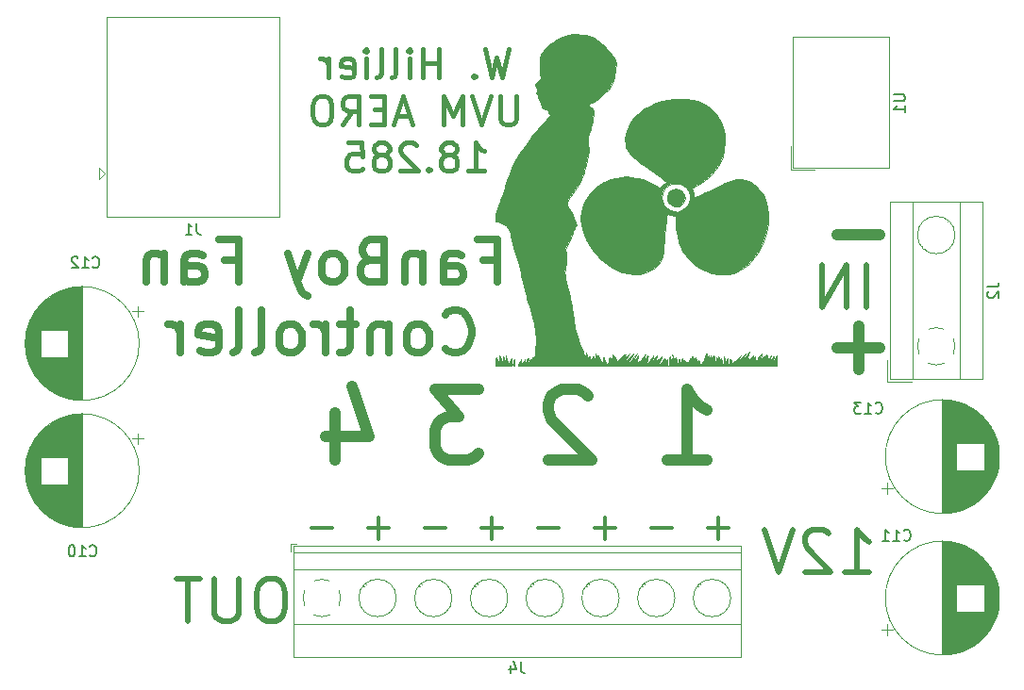
<source format=gbr>
G04 #@! TF.GenerationSoftware,KiCad,Pcbnew,(5.0.0)*
G04 #@! TF.CreationDate,2018-10-13T16:03:11-04:00*
G04 #@! TF.ProjectId,FanBoy,46616E426F792E6B696361645F706362,rev?*
G04 #@! TF.SameCoordinates,Original*
G04 #@! TF.FileFunction,Legend,Bot*
G04 #@! TF.FilePolarity,Positive*
%FSLAX46Y46*%
G04 Gerber Fmt 4.6, Leading zero omitted, Abs format (unit mm)*
G04 Created by KiCad (PCBNEW (5.0.0)) date 10/13/18 16:03:11*
%MOMM*%
%LPD*%
G01*
G04 APERTURE LIST*
%ADD10C,0.508000*%
%ADD11C,0.635000*%
%ADD12C,0.381000*%
%ADD13C,1.016000*%
%ADD14C,0.300000*%
%ADD15C,0.120000*%
%ADD16C,0.010000*%
%ADD17C,0.150000*%
G04 APERTURE END LIST*
D10*
X108585000Y-70176571D02*
X107859285Y-70176571D01*
X107496428Y-70358000D01*
X107133571Y-70720857D01*
X106952142Y-71446571D01*
X106952142Y-72716571D01*
X107133571Y-73442285D01*
X107496428Y-73805142D01*
X107859285Y-73986571D01*
X108585000Y-73986571D01*
X108947857Y-73805142D01*
X109310714Y-73442285D01*
X109492142Y-72716571D01*
X109492142Y-71446571D01*
X109310714Y-70720857D01*
X108947857Y-70358000D01*
X108585000Y-70176571D01*
X105319285Y-70176571D02*
X105319285Y-73260857D01*
X105137857Y-73623714D01*
X104956428Y-73805142D01*
X104593571Y-73986571D01*
X103867857Y-73986571D01*
X103505000Y-73805142D01*
X103323571Y-73623714D01*
X103142142Y-73260857D01*
X103142142Y-70176571D01*
X101872142Y-70176571D02*
X99695000Y-70176571D01*
X100783571Y-73986571D02*
X100783571Y-70176571D01*
X161634714Y-45792571D02*
X161634714Y-41982571D01*
X159820428Y-45792571D02*
X159820428Y-41982571D01*
X157643285Y-45792571D01*
X157643285Y-41982571D01*
X159711571Y-69541571D02*
X161888714Y-69541571D01*
X160800142Y-69541571D02*
X160800142Y-65731571D01*
X161163000Y-66275857D01*
X161525857Y-66638714D01*
X161888714Y-66820142D01*
X158260142Y-66094428D02*
X158078714Y-65913000D01*
X157715857Y-65731571D01*
X156808714Y-65731571D01*
X156445857Y-65913000D01*
X156264428Y-66094428D01*
X156083000Y-66457285D01*
X156083000Y-66820142D01*
X156264428Y-67364428D01*
X158441571Y-69541571D01*
X156083000Y-69541571D01*
X154994428Y-65731571D02*
X153724428Y-69541571D01*
X152454428Y-65731571D01*
D11*
X127290285Y-41510857D02*
X128560285Y-41510857D01*
X128560285Y-43506571D02*
X128560285Y-39696571D01*
X126746000Y-39696571D01*
X123661714Y-43506571D02*
X123661714Y-41510857D01*
X123843142Y-41148000D01*
X124206000Y-40966571D01*
X124931714Y-40966571D01*
X125294571Y-41148000D01*
X123661714Y-43325142D02*
X124024571Y-43506571D01*
X124931714Y-43506571D01*
X125294571Y-43325142D01*
X125476000Y-42962285D01*
X125476000Y-42599428D01*
X125294571Y-42236571D01*
X124931714Y-42055142D01*
X124024571Y-42055142D01*
X123661714Y-41873714D01*
X121847428Y-40966571D02*
X121847428Y-43506571D01*
X121847428Y-41329428D02*
X121666000Y-41148000D01*
X121303142Y-40966571D01*
X120758857Y-40966571D01*
X120396000Y-41148000D01*
X120214571Y-41510857D01*
X120214571Y-43506571D01*
X117130285Y-41510857D02*
X116586000Y-41692285D01*
X116404571Y-41873714D01*
X116223142Y-42236571D01*
X116223142Y-42780857D01*
X116404571Y-43143714D01*
X116586000Y-43325142D01*
X116948857Y-43506571D01*
X118400285Y-43506571D01*
X118400285Y-39696571D01*
X117130285Y-39696571D01*
X116767428Y-39878000D01*
X116586000Y-40059428D01*
X116404571Y-40422285D01*
X116404571Y-40785142D01*
X116586000Y-41148000D01*
X116767428Y-41329428D01*
X117130285Y-41510857D01*
X118400285Y-41510857D01*
X114046000Y-43506571D02*
X114408857Y-43325142D01*
X114590285Y-43143714D01*
X114771714Y-42780857D01*
X114771714Y-41692285D01*
X114590285Y-41329428D01*
X114408857Y-41148000D01*
X114046000Y-40966571D01*
X113501714Y-40966571D01*
X113138857Y-41148000D01*
X112957428Y-41329428D01*
X112776000Y-41692285D01*
X112776000Y-42780857D01*
X112957428Y-43143714D01*
X113138857Y-43325142D01*
X113501714Y-43506571D01*
X114046000Y-43506571D01*
X111506000Y-40966571D02*
X110598857Y-43506571D01*
X109691714Y-40966571D02*
X110598857Y-43506571D01*
X110961714Y-44413714D01*
X111143142Y-44595142D01*
X111506000Y-44776571D01*
X104067428Y-41510857D02*
X105337428Y-41510857D01*
X105337428Y-43506571D02*
X105337428Y-39696571D01*
X103523142Y-39696571D01*
X100438857Y-43506571D02*
X100438857Y-41510857D01*
X100620285Y-41148000D01*
X100983142Y-40966571D01*
X101708857Y-40966571D01*
X102071714Y-41148000D01*
X100438857Y-43325142D02*
X100801714Y-43506571D01*
X101708857Y-43506571D01*
X102071714Y-43325142D01*
X102253142Y-42962285D01*
X102253142Y-42599428D01*
X102071714Y-42236571D01*
X101708857Y-42055142D01*
X100801714Y-42055142D01*
X100438857Y-41873714D01*
X98624571Y-40966571D02*
X98624571Y-43506571D01*
X98624571Y-41329428D02*
X98443142Y-41148000D01*
X98080285Y-40966571D01*
X97536000Y-40966571D01*
X97173142Y-41148000D01*
X96991714Y-41510857D01*
X96991714Y-43506571D01*
X123843142Y-49493714D02*
X124024571Y-49675142D01*
X124568857Y-49856571D01*
X124931714Y-49856571D01*
X125476000Y-49675142D01*
X125838857Y-49312285D01*
X126020285Y-48949428D01*
X126201714Y-48223714D01*
X126201714Y-47679428D01*
X126020285Y-46953714D01*
X125838857Y-46590857D01*
X125476000Y-46228000D01*
X124931714Y-46046571D01*
X124568857Y-46046571D01*
X124024571Y-46228000D01*
X123843142Y-46409428D01*
X121666000Y-49856571D02*
X122028857Y-49675142D01*
X122210285Y-49493714D01*
X122391714Y-49130857D01*
X122391714Y-48042285D01*
X122210285Y-47679428D01*
X122028857Y-47498000D01*
X121666000Y-47316571D01*
X121121714Y-47316571D01*
X120758857Y-47498000D01*
X120577428Y-47679428D01*
X120396000Y-48042285D01*
X120396000Y-49130857D01*
X120577428Y-49493714D01*
X120758857Y-49675142D01*
X121121714Y-49856571D01*
X121666000Y-49856571D01*
X118763142Y-47316571D02*
X118763142Y-49856571D01*
X118763142Y-47679428D02*
X118581714Y-47498000D01*
X118218857Y-47316571D01*
X117674571Y-47316571D01*
X117311714Y-47498000D01*
X117130285Y-47860857D01*
X117130285Y-49856571D01*
X115860285Y-47316571D02*
X114408857Y-47316571D01*
X115316000Y-46046571D02*
X115316000Y-49312285D01*
X115134571Y-49675142D01*
X114771714Y-49856571D01*
X114408857Y-49856571D01*
X113138857Y-49856571D02*
X113138857Y-47316571D01*
X113138857Y-48042285D02*
X112957428Y-47679428D01*
X112776000Y-47498000D01*
X112413142Y-47316571D01*
X112050285Y-47316571D01*
X110236000Y-49856571D02*
X110598857Y-49675142D01*
X110780285Y-49493714D01*
X110961714Y-49130857D01*
X110961714Y-48042285D01*
X110780285Y-47679428D01*
X110598857Y-47498000D01*
X110236000Y-47316571D01*
X109691714Y-47316571D01*
X109328857Y-47498000D01*
X109147428Y-47679428D01*
X108966000Y-48042285D01*
X108966000Y-49130857D01*
X109147428Y-49493714D01*
X109328857Y-49675142D01*
X109691714Y-49856571D01*
X110236000Y-49856571D01*
X106788857Y-49856571D02*
X107151714Y-49675142D01*
X107333142Y-49312285D01*
X107333142Y-46046571D01*
X104793142Y-49856571D02*
X105156000Y-49675142D01*
X105337428Y-49312285D01*
X105337428Y-46046571D01*
X101890285Y-49675142D02*
X102253142Y-49856571D01*
X102978857Y-49856571D01*
X103341714Y-49675142D01*
X103523142Y-49312285D01*
X103523142Y-47860857D01*
X103341714Y-47498000D01*
X102978857Y-47316571D01*
X102253142Y-47316571D01*
X101890285Y-47498000D01*
X101708857Y-47860857D01*
X101708857Y-48223714D01*
X103523142Y-48586571D01*
X100076000Y-49856571D02*
X100076000Y-47316571D01*
X100076000Y-48042285D02*
X99894571Y-47679428D01*
X99713142Y-47498000D01*
X99350285Y-47316571D01*
X98987428Y-47316571D01*
D12*
X129564190Y-22612047D02*
X128959428Y-25152047D01*
X128475619Y-23337761D01*
X127991809Y-25152047D01*
X127387047Y-22612047D01*
X126419428Y-24910142D02*
X126298476Y-25031095D01*
X126419428Y-25152047D01*
X126540380Y-25031095D01*
X126419428Y-24910142D01*
X126419428Y-25152047D01*
X123274666Y-25152047D02*
X123274666Y-22612047D01*
X123274666Y-23821571D02*
X121823238Y-23821571D01*
X121823238Y-25152047D02*
X121823238Y-22612047D01*
X120613714Y-25152047D02*
X120613714Y-23458714D01*
X120613714Y-22612047D02*
X120734666Y-22733000D01*
X120613714Y-22853952D01*
X120492761Y-22733000D01*
X120613714Y-22612047D01*
X120613714Y-22853952D01*
X119041333Y-25152047D02*
X119283238Y-25031095D01*
X119404190Y-24789190D01*
X119404190Y-22612047D01*
X117710857Y-25152047D02*
X117952761Y-25031095D01*
X118073714Y-24789190D01*
X118073714Y-22612047D01*
X116743238Y-25152047D02*
X116743238Y-23458714D01*
X116743238Y-22612047D02*
X116864190Y-22733000D01*
X116743238Y-22853952D01*
X116622285Y-22733000D01*
X116743238Y-22612047D01*
X116743238Y-22853952D01*
X114566095Y-25031095D02*
X114808000Y-25152047D01*
X115291809Y-25152047D01*
X115533714Y-25031095D01*
X115654666Y-24789190D01*
X115654666Y-23821571D01*
X115533714Y-23579666D01*
X115291809Y-23458714D01*
X114808000Y-23458714D01*
X114566095Y-23579666D01*
X114445142Y-23821571D01*
X114445142Y-24063476D01*
X115654666Y-24305380D01*
X113356571Y-25152047D02*
X113356571Y-23458714D01*
X113356571Y-23942523D02*
X113235619Y-23700619D01*
X113114666Y-23579666D01*
X112872761Y-23458714D01*
X112630857Y-23458714D01*
X130229428Y-26803047D02*
X130229428Y-28859238D01*
X130108476Y-29101142D01*
X129987523Y-29222095D01*
X129745619Y-29343047D01*
X129261809Y-29343047D01*
X129019904Y-29222095D01*
X128898952Y-29101142D01*
X128778000Y-28859238D01*
X128778000Y-26803047D01*
X127931333Y-26803047D02*
X127084666Y-29343047D01*
X126238000Y-26803047D01*
X125391333Y-29343047D02*
X125391333Y-26803047D01*
X124544666Y-28617333D01*
X123698000Y-26803047D01*
X123698000Y-29343047D01*
X120674190Y-28617333D02*
X119464666Y-28617333D01*
X120916095Y-29343047D02*
X120069428Y-26803047D01*
X119222761Y-29343047D01*
X118376095Y-28012571D02*
X117529428Y-28012571D01*
X117166571Y-29343047D02*
X118376095Y-29343047D01*
X118376095Y-26803047D01*
X117166571Y-26803047D01*
X114626571Y-29343047D02*
X115473238Y-28133523D01*
X116078000Y-29343047D02*
X116078000Y-26803047D01*
X115110380Y-26803047D01*
X114868476Y-26924000D01*
X114747523Y-27044952D01*
X114626571Y-27286857D01*
X114626571Y-27649714D01*
X114747523Y-27891619D01*
X114868476Y-28012571D01*
X115110380Y-28133523D01*
X116078000Y-28133523D01*
X113054190Y-26803047D02*
X112570380Y-26803047D01*
X112328476Y-26924000D01*
X112086571Y-27165904D01*
X111965619Y-27649714D01*
X111965619Y-28496380D01*
X112086571Y-28980190D01*
X112328476Y-29222095D01*
X112570380Y-29343047D01*
X113054190Y-29343047D01*
X113296095Y-29222095D01*
X113538000Y-28980190D01*
X113658952Y-28496380D01*
X113658952Y-27649714D01*
X113538000Y-27165904D01*
X113296095Y-26924000D01*
X113054190Y-26803047D01*
X125875142Y-33534047D02*
X127326571Y-33534047D01*
X126600857Y-33534047D02*
X126600857Y-30994047D01*
X126842761Y-31356904D01*
X127084666Y-31598809D01*
X127326571Y-31719761D01*
X124423714Y-32082619D02*
X124665619Y-31961666D01*
X124786571Y-31840714D01*
X124907523Y-31598809D01*
X124907523Y-31477857D01*
X124786571Y-31235952D01*
X124665619Y-31115000D01*
X124423714Y-30994047D01*
X123939904Y-30994047D01*
X123698000Y-31115000D01*
X123577047Y-31235952D01*
X123456095Y-31477857D01*
X123456095Y-31598809D01*
X123577047Y-31840714D01*
X123698000Y-31961666D01*
X123939904Y-32082619D01*
X124423714Y-32082619D01*
X124665619Y-32203571D01*
X124786571Y-32324523D01*
X124907523Y-32566428D01*
X124907523Y-33050238D01*
X124786571Y-33292142D01*
X124665619Y-33413095D01*
X124423714Y-33534047D01*
X123939904Y-33534047D01*
X123698000Y-33413095D01*
X123577047Y-33292142D01*
X123456095Y-33050238D01*
X123456095Y-32566428D01*
X123577047Y-32324523D01*
X123698000Y-32203571D01*
X123939904Y-32082619D01*
X122367523Y-33292142D02*
X122246571Y-33413095D01*
X122367523Y-33534047D01*
X122488476Y-33413095D01*
X122367523Y-33292142D01*
X122367523Y-33534047D01*
X121278952Y-31235952D02*
X121158000Y-31115000D01*
X120916095Y-30994047D01*
X120311333Y-30994047D01*
X120069428Y-31115000D01*
X119948476Y-31235952D01*
X119827523Y-31477857D01*
X119827523Y-31719761D01*
X119948476Y-32082619D01*
X121399904Y-33534047D01*
X119827523Y-33534047D01*
X118376095Y-32082619D02*
X118618000Y-31961666D01*
X118738952Y-31840714D01*
X118859904Y-31598809D01*
X118859904Y-31477857D01*
X118738952Y-31235952D01*
X118618000Y-31115000D01*
X118376095Y-30994047D01*
X117892285Y-30994047D01*
X117650380Y-31115000D01*
X117529428Y-31235952D01*
X117408476Y-31477857D01*
X117408476Y-31598809D01*
X117529428Y-31840714D01*
X117650380Y-31961666D01*
X117892285Y-32082619D01*
X118376095Y-32082619D01*
X118618000Y-32203571D01*
X118738952Y-32324523D01*
X118859904Y-32566428D01*
X118859904Y-33050238D01*
X118738952Y-33292142D01*
X118618000Y-33413095D01*
X118376095Y-33534047D01*
X117892285Y-33534047D01*
X117650380Y-33413095D01*
X117529428Y-33292142D01*
X117408476Y-33050238D01*
X117408476Y-32566428D01*
X117529428Y-32324523D01*
X117650380Y-32203571D01*
X117892285Y-32082619D01*
X115110380Y-30994047D02*
X116319904Y-30994047D01*
X116440857Y-32203571D01*
X116319904Y-32082619D01*
X116078000Y-31961666D01*
X115473238Y-31961666D01*
X115231333Y-32082619D01*
X115110380Y-32203571D01*
X114989428Y-32445476D01*
X114989428Y-33050238D01*
X115110380Y-33292142D01*
X115231333Y-33413095D01*
X115473238Y-33534047D01*
X116078000Y-33534047D01*
X116319904Y-33413095D01*
X116440857Y-33292142D01*
D13*
X162844238Y-49384857D02*
X158973761Y-49384857D01*
X160909000Y-51320095D02*
X160909000Y-47449619D01*
X162844238Y-39224857D02*
X158973761Y-39224857D01*
X113979476Y-55281285D02*
X113979476Y-59514619D01*
X115491380Y-52862238D02*
X117003285Y-57397952D01*
X113072333Y-57397952D01*
X126830666Y-53164619D02*
X122899714Y-53164619D01*
X125016380Y-55583666D01*
X124109238Y-55583666D01*
X123504476Y-55886047D01*
X123202095Y-56188428D01*
X122899714Y-56793190D01*
X122899714Y-58305095D01*
X123202095Y-58909857D01*
X123504476Y-59212238D01*
X124109238Y-59514619D01*
X125923523Y-59514619D01*
X126528285Y-59212238D01*
X126830666Y-58909857D01*
X136688285Y-53769380D02*
X136385904Y-53467000D01*
X135781142Y-53164619D01*
X134269238Y-53164619D01*
X133664476Y-53467000D01*
X133362095Y-53769380D01*
X133059714Y-54374142D01*
X133059714Y-54978904D01*
X133362095Y-55886047D01*
X136990666Y-59514619D01*
X133059714Y-59514619D01*
X143727714Y-59514619D02*
X147356285Y-59514619D01*
X145542000Y-59514619D02*
X145542000Y-53164619D01*
X146146761Y-54071761D01*
X146751523Y-54676523D01*
X147356285Y-54978904D01*
D14*
X149303619Y-65604571D02*
X147368380Y-65604571D01*
X148336000Y-64636952D02*
X148336000Y-66572190D01*
X144223619Y-65604571D02*
X142288380Y-65604571D01*
X139143619Y-65604571D02*
X137208380Y-65604571D01*
X138176000Y-64636952D02*
X138176000Y-66572190D01*
X134063619Y-65604571D02*
X132128380Y-65604571D01*
X128983619Y-65604571D02*
X127048380Y-65604571D01*
X128016000Y-64636952D02*
X128016000Y-66572190D01*
X123903619Y-65604571D02*
X121968380Y-65604571D01*
X118823619Y-65604571D02*
X116888380Y-65604571D01*
X117856000Y-64636952D02*
X117856000Y-66572190D01*
X113743619Y-65604571D02*
X111808380Y-65604571D01*
D15*
G04 #@! TO.C,C11*
X173562000Y-71882000D02*
G75*
G03X173562000Y-71882000I-5120000J0D01*
G01*
X168442000Y-76962000D02*
X168442000Y-66802000D01*
X168482000Y-76962000D02*
X168482000Y-66802000D01*
X168522000Y-76962000D02*
X168522000Y-66802000D01*
X168562000Y-76961000D02*
X168562000Y-66803000D01*
X168602000Y-76960000D02*
X168602000Y-66804000D01*
X168642000Y-76959000D02*
X168642000Y-66805000D01*
X168682000Y-76957000D02*
X168682000Y-66807000D01*
X168722000Y-76955000D02*
X168722000Y-66809000D01*
X168762000Y-76952000D02*
X168762000Y-66812000D01*
X168802000Y-76950000D02*
X168802000Y-66814000D01*
X168842000Y-76947000D02*
X168842000Y-66817000D01*
X168882000Y-76944000D02*
X168882000Y-66820000D01*
X168922000Y-76940000D02*
X168922000Y-66824000D01*
X168962000Y-76936000D02*
X168962000Y-66828000D01*
X169002000Y-76932000D02*
X169002000Y-66832000D01*
X169042000Y-76927000D02*
X169042000Y-66837000D01*
X169082000Y-76922000D02*
X169082000Y-66842000D01*
X169122000Y-76917000D02*
X169122000Y-66847000D01*
X169163000Y-76912000D02*
X169163000Y-66852000D01*
X169203000Y-76906000D02*
X169203000Y-66858000D01*
X169243000Y-76900000D02*
X169243000Y-66864000D01*
X169283000Y-76893000D02*
X169283000Y-66871000D01*
X169323000Y-76886000D02*
X169323000Y-66878000D01*
X169363000Y-76879000D02*
X169363000Y-66885000D01*
X169403000Y-76872000D02*
X169403000Y-66892000D01*
X169443000Y-76864000D02*
X169443000Y-66900000D01*
X169483000Y-76856000D02*
X169483000Y-66908000D01*
X169523000Y-76847000D02*
X169523000Y-66917000D01*
X169563000Y-76838000D02*
X169563000Y-66926000D01*
X169603000Y-76829000D02*
X169603000Y-66935000D01*
X169643000Y-76820000D02*
X169643000Y-66944000D01*
X169683000Y-76810000D02*
X169683000Y-66954000D01*
X169723000Y-76800000D02*
X169723000Y-73123000D01*
X169723000Y-70641000D02*
X169723000Y-66964000D01*
X169763000Y-76789000D02*
X169763000Y-73123000D01*
X169763000Y-70641000D02*
X169763000Y-66975000D01*
X169803000Y-76779000D02*
X169803000Y-73123000D01*
X169803000Y-70641000D02*
X169803000Y-66985000D01*
X169843000Y-76767000D02*
X169843000Y-73123000D01*
X169843000Y-70641000D02*
X169843000Y-66997000D01*
X169883000Y-76756000D02*
X169883000Y-73123000D01*
X169883000Y-70641000D02*
X169883000Y-67008000D01*
X169923000Y-76744000D02*
X169923000Y-73123000D01*
X169923000Y-70641000D02*
X169923000Y-67020000D01*
X169963000Y-76732000D02*
X169963000Y-73123000D01*
X169963000Y-70641000D02*
X169963000Y-67032000D01*
X170003000Y-76719000D02*
X170003000Y-73123000D01*
X170003000Y-70641000D02*
X170003000Y-67045000D01*
X170043000Y-76706000D02*
X170043000Y-73123000D01*
X170043000Y-70641000D02*
X170043000Y-67058000D01*
X170083000Y-76693000D02*
X170083000Y-73123000D01*
X170083000Y-70641000D02*
X170083000Y-67071000D01*
X170123000Y-76679000D02*
X170123000Y-73123000D01*
X170123000Y-70641000D02*
X170123000Y-67085000D01*
X170163000Y-76665000D02*
X170163000Y-73123000D01*
X170163000Y-70641000D02*
X170163000Y-67099000D01*
X170203000Y-76650000D02*
X170203000Y-73123000D01*
X170203000Y-70641000D02*
X170203000Y-67114000D01*
X170243000Y-76636000D02*
X170243000Y-73123000D01*
X170243000Y-70641000D02*
X170243000Y-67128000D01*
X170283000Y-76620000D02*
X170283000Y-73123000D01*
X170283000Y-70641000D02*
X170283000Y-67144000D01*
X170323000Y-76605000D02*
X170323000Y-73123000D01*
X170323000Y-70641000D02*
X170323000Y-67159000D01*
X170363000Y-76589000D02*
X170363000Y-73123000D01*
X170363000Y-70641000D02*
X170363000Y-67175000D01*
X170403000Y-76572000D02*
X170403000Y-73123000D01*
X170403000Y-70641000D02*
X170403000Y-67192000D01*
X170443000Y-76556000D02*
X170443000Y-73123000D01*
X170443000Y-70641000D02*
X170443000Y-67208000D01*
X170483000Y-76539000D02*
X170483000Y-73123000D01*
X170483000Y-70641000D02*
X170483000Y-67225000D01*
X170523000Y-76521000D02*
X170523000Y-73123000D01*
X170523000Y-70641000D02*
X170523000Y-67243000D01*
X170563000Y-76503000D02*
X170563000Y-73123000D01*
X170563000Y-70641000D02*
X170563000Y-67261000D01*
X170603000Y-76485000D02*
X170603000Y-73123000D01*
X170603000Y-70641000D02*
X170603000Y-67279000D01*
X170643000Y-76466000D02*
X170643000Y-73123000D01*
X170643000Y-70641000D02*
X170643000Y-67298000D01*
X170683000Y-76446000D02*
X170683000Y-73123000D01*
X170683000Y-70641000D02*
X170683000Y-67318000D01*
X170723000Y-76427000D02*
X170723000Y-73123000D01*
X170723000Y-70641000D02*
X170723000Y-67337000D01*
X170763000Y-76407000D02*
X170763000Y-73123000D01*
X170763000Y-70641000D02*
X170763000Y-67357000D01*
X170803000Y-76386000D02*
X170803000Y-73123000D01*
X170803000Y-70641000D02*
X170803000Y-67378000D01*
X170843000Y-76365000D02*
X170843000Y-73123000D01*
X170843000Y-70641000D02*
X170843000Y-67399000D01*
X170883000Y-76344000D02*
X170883000Y-73123000D01*
X170883000Y-70641000D02*
X170883000Y-67420000D01*
X170923000Y-76322000D02*
X170923000Y-73123000D01*
X170923000Y-70641000D02*
X170923000Y-67442000D01*
X170963000Y-76299000D02*
X170963000Y-73123000D01*
X170963000Y-70641000D02*
X170963000Y-67465000D01*
X171003000Y-76277000D02*
X171003000Y-73123000D01*
X171003000Y-70641000D02*
X171003000Y-67487000D01*
X171043000Y-76253000D02*
X171043000Y-73123000D01*
X171043000Y-70641000D02*
X171043000Y-67511000D01*
X171083000Y-76229000D02*
X171083000Y-73123000D01*
X171083000Y-70641000D02*
X171083000Y-67535000D01*
X171123000Y-76205000D02*
X171123000Y-73123000D01*
X171123000Y-70641000D02*
X171123000Y-67559000D01*
X171163000Y-76180000D02*
X171163000Y-73123000D01*
X171163000Y-70641000D02*
X171163000Y-67584000D01*
X171203000Y-76155000D02*
X171203000Y-73123000D01*
X171203000Y-70641000D02*
X171203000Y-67609000D01*
X171243000Y-76129000D02*
X171243000Y-73123000D01*
X171243000Y-70641000D02*
X171243000Y-67635000D01*
X171283000Y-76103000D02*
X171283000Y-73123000D01*
X171283000Y-70641000D02*
X171283000Y-67661000D01*
X171323000Y-76076000D02*
X171323000Y-73123000D01*
X171323000Y-70641000D02*
X171323000Y-67688000D01*
X171363000Y-76048000D02*
X171363000Y-73123000D01*
X171363000Y-70641000D02*
X171363000Y-67716000D01*
X171403000Y-76020000D02*
X171403000Y-73123000D01*
X171403000Y-70641000D02*
X171403000Y-67744000D01*
X171443000Y-75992000D02*
X171443000Y-73123000D01*
X171443000Y-70641000D02*
X171443000Y-67772000D01*
X171483000Y-75962000D02*
X171483000Y-73123000D01*
X171483000Y-70641000D02*
X171483000Y-67802000D01*
X171523000Y-75932000D02*
X171523000Y-73123000D01*
X171523000Y-70641000D02*
X171523000Y-67832000D01*
X171563000Y-75902000D02*
X171563000Y-73123000D01*
X171563000Y-70641000D02*
X171563000Y-67862000D01*
X171603000Y-75871000D02*
X171603000Y-73123000D01*
X171603000Y-70641000D02*
X171603000Y-67893000D01*
X171643000Y-75839000D02*
X171643000Y-73123000D01*
X171643000Y-70641000D02*
X171643000Y-67925000D01*
X171683000Y-75807000D02*
X171683000Y-73123000D01*
X171683000Y-70641000D02*
X171683000Y-67957000D01*
X171723000Y-75774000D02*
X171723000Y-73123000D01*
X171723000Y-70641000D02*
X171723000Y-67990000D01*
X171763000Y-75740000D02*
X171763000Y-73123000D01*
X171763000Y-70641000D02*
X171763000Y-68024000D01*
X171803000Y-75706000D02*
X171803000Y-73123000D01*
X171803000Y-70641000D02*
X171803000Y-68058000D01*
X171843000Y-75671000D02*
X171843000Y-73123000D01*
X171843000Y-70641000D02*
X171843000Y-68093000D01*
X171883000Y-75635000D02*
X171883000Y-73123000D01*
X171883000Y-70641000D02*
X171883000Y-68129000D01*
X171923000Y-75598000D02*
X171923000Y-73123000D01*
X171923000Y-70641000D02*
X171923000Y-68166000D01*
X171963000Y-75561000D02*
X171963000Y-73123000D01*
X171963000Y-70641000D02*
X171963000Y-68203000D01*
X172003000Y-75522000D02*
X172003000Y-73123000D01*
X172003000Y-70641000D02*
X172003000Y-68242000D01*
X172043000Y-75483000D02*
X172043000Y-73123000D01*
X172043000Y-70641000D02*
X172043000Y-68281000D01*
X172083000Y-75443000D02*
X172083000Y-73123000D01*
X172083000Y-70641000D02*
X172083000Y-68321000D01*
X172123000Y-75402000D02*
X172123000Y-73123000D01*
X172123000Y-70641000D02*
X172123000Y-68362000D01*
X172163000Y-75360000D02*
X172163000Y-73123000D01*
X172163000Y-70641000D02*
X172163000Y-68404000D01*
X172203000Y-75318000D02*
X172203000Y-68446000D01*
X172243000Y-75274000D02*
X172243000Y-68490000D01*
X172283000Y-75229000D02*
X172283000Y-68535000D01*
X172323000Y-75183000D02*
X172323000Y-68581000D01*
X172363000Y-75136000D02*
X172363000Y-68628000D01*
X172403000Y-75088000D02*
X172403000Y-68676000D01*
X172443000Y-75038000D02*
X172443000Y-68726000D01*
X172483000Y-74988000D02*
X172483000Y-68776000D01*
X172523000Y-74936000D02*
X172523000Y-68828000D01*
X172563000Y-74882000D02*
X172563000Y-68882000D01*
X172603000Y-74827000D02*
X172603000Y-68937000D01*
X172643000Y-74771000D02*
X172643000Y-68993000D01*
X172683000Y-74712000D02*
X172683000Y-69052000D01*
X172723000Y-74652000D02*
X172723000Y-69112000D01*
X172763000Y-74591000D02*
X172763000Y-69173000D01*
X172803000Y-74527000D02*
X172803000Y-69237000D01*
X172843000Y-74461000D02*
X172843000Y-69303000D01*
X172883000Y-74392000D02*
X172883000Y-69372000D01*
X172923000Y-74321000D02*
X172923000Y-69443000D01*
X172963000Y-74247000D02*
X172963000Y-69517000D01*
X173003000Y-74171000D02*
X173003000Y-69593000D01*
X173043000Y-74091000D02*
X173043000Y-69673000D01*
X173083000Y-74007000D02*
X173083000Y-69757000D01*
X173123000Y-73919000D02*
X173123000Y-69845000D01*
X173163000Y-73826000D02*
X173163000Y-69938000D01*
X173203000Y-73728000D02*
X173203000Y-70036000D01*
X173243000Y-73624000D02*
X173243000Y-70140000D01*
X173283000Y-73512000D02*
X173283000Y-70252000D01*
X173323000Y-73392000D02*
X173323000Y-70372000D01*
X173363000Y-73260000D02*
X173363000Y-70504000D01*
X173403000Y-73112000D02*
X173403000Y-70652000D01*
X173443000Y-72944000D02*
X173443000Y-70820000D01*
X173483000Y-72744000D02*
X173483000Y-71020000D01*
X173523000Y-72481000D02*
X173523000Y-71283000D01*
X162962354Y-74757000D02*
X163962354Y-74757000D01*
X163462354Y-75257000D02*
X163462354Y-74257000D01*
G04 #@! TO.C,C10*
X96252646Y-57077000D02*
X96252646Y-58077000D01*
X96752646Y-57577000D02*
X95752646Y-57577000D01*
X86192000Y-59853000D02*
X86192000Y-61051000D01*
X86232000Y-59590000D02*
X86232000Y-61314000D01*
X86272000Y-59390000D02*
X86272000Y-61514000D01*
X86312000Y-59222000D02*
X86312000Y-61682000D01*
X86352000Y-59074000D02*
X86352000Y-61830000D01*
X86392000Y-58942000D02*
X86392000Y-61962000D01*
X86432000Y-58822000D02*
X86432000Y-62082000D01*
X86472000Y-58710000D02*
X86472000Y-62194000D01*
X86512000Y-58606000D02*
X86512000Y-62298000D01*
X86552000Y-58508000D02*
X86552000Y-62396000D01*
X86592000Y-58415000D02*
X86592000Y-62489000D01*
X86632000Y-58327000D02*
X86632000Y-62577000D01*
X86672000Y-58243000D02*
X86672000Y-62661000D01*
X86712000Y-58163000D02*
X86712000Y-62741000D01*
X86752000Y-58087000D02*
X86752000Y-62817000D01*
X86792000Y-58013000D02*
X86792000Y-62891000D01*
X86832000Y-57942000D02*
X86832000Y-62962000D01*
X86872000Y-57873000D02*
X86872000Y-63031000D01*
X86912000Y-57807000D02*
X86912000Y-63097000D01*
X86952000Y-57743000D02*
X86952000Y-63161000D01*
X86992000Y-57682000D02*
X86992000Y-63222000D01*
X87032000Y-57622000D02*
X87032000Y-63282000D01*
X87072000Y-57563000D02*
X87072000Y-63341000D01*
X87112000Y-57507000D02*
X87112000Y-63397000D01*
X87152000Y-57452000D02*
X87152000Y-63452000D01*
X87192000Y-57398000D02*
X87192000Y-63506000D01*
X87232000Y-57346000D02*
X87232000Y-63558000D01*
X87272000Y-57296000D02*
X87272000Y-63608000D01*
X87312000Y-57246000D02*
X87312000Y-63658000D01*
X87352000Y-57198000D02*
X87352000Y-63706000D01*
X87392000Y-57151000D02*
X87392000Y-63753000D01*
X87432000Y-57105000D02*
X87432000Y-63799000D01*
X87472000Y-57060000D02*
X87472000Y-63844000D01*
X87512000Y-57016000D02*
X87512000Y-63888000D01*
X87552000Y-61693000D02*
X87552000Y-63930000D01*
X87552000Y-56974000D02*
X87552000Y-59211000D01*
X87592000Y-61693000D02*
X87592000Y-63972000D01*
X87592000Y-56932000D02*
X87592000Y-59211000D01*
X87632000Y-61693000D02*
X87632000Y-64013000D01*
X87632000Y-56891000D02*
X87632000Y-59211000D01*
X87672000Y-61693000D02*
X87672000Y-64053000D01*
X87672000Y-56851000D02*
X87672000Y-59211000D01*
X87712000Y-61693000D02*
X87712000Y-64092000D01*
X87712000Y-56812000D02*
X87712000Y-59211000D01*
X87752000Y-61693000D02*
X87752000Y-64131000D01*
X87752000Y-56773000D02*
X87752000Y-59211000D01*
X87792000Y-61693000D02*
X87792000Y-64168000D01*
X87792000Y-56736000D02*
X87792000Y-59211000D01*
X87832000Y-61693000D02*
X87832000Y-64205000D01*
X87832000Y-56699000D02*
X87832000Y-59211000D01*
X87872000Y-61693000D02*
X87872000Y-64241000D01*
X87872000Y-56663000D02*
X87872000Y-59211000D01*
X87912000Y-61693000D02*
X87912000Y-64276000D01*
X87912000Y-56628000D02*
X87912000Y-59211000D01*
X87952000Y-61693000D02*
X87952000Y-64310000D01*
X87952000Y-56594000D02*
X87952000Y-59211000D01*
X87992000Y-61693000D02*
X87992000Y-64344000D01*
X87992000Y-56560000D02*
X87992000Y-59211000D01*
X88032000Y-61693000D02*
X88032000Y-64377000D01*
X88032000Y-56527000D02*
X88032000Y-59211000D01*
X88072000Y-61693000D02*
X88072000Y-64409000D01*
X88072000Y-56495000D02*
X88072000Y-59211000D01*
X88112000Y-61693000D02*
X88112000Y-64441000D01*
X88112000Y-56463000D02*
X88112000Y-59211000D01*
X88152000Y-61693000D02*
X88152000Y-64472000D01*
X88152000Y-56432000D02*
X88152000Y-59211000D01*
X88192000Y-61693000D02*
X88192000Y-64502000D01*
X88192000Y-56402000D02*
X88192000Y-59211000D01*
X88232000Y-61693000D02*
X88232000Y-64532000D01*
X88232000Y-56372000D02*
X88232000Y-59211000D01*
X88272000Y-61693000D02*
X88272000Y-64562000D01*
X88272000Y-56342000D02*
X88272000Y-59211000D01*
X88312000Y-61693000D02*
X88312000Y-64590000D01*
X88312000Y-56314000D02*
X88312000Y-59211000D01*
X88352000Y-61693000D02*
X88352000Y-64618000D01*
X88352000Y-56286000D02*
X88352000Y-59211000D01*
X88392000Y-61693000D02*
X88392000Y-64646000D01*
X88392000Y-56258000D02*
X88392000Y-59211000D01*
X88432000Y-61693000D02*
X88432000Y-64673000D01*
X88432000Y-56231000D02*
X88432000Y-59211000D01*
X88472000Y-61693000D02*
X88472000Y-64699000D01*
X88472000Y-56205000D02*
X88472000Y-59211000D01*
X88512000Y-61693000D02*
X88512000Y-64725000D01*
X88512000Y-56179000D02*
X88512000Y-59211000D01*
X88552000Y-61693000D02*
X88552000Y-64750000D01*
X88552000Y-56154000D02*
X88552000Y-59211000D01*
X88592000Y-61693000D02*
X88592000Y-64775000D01*
X88592000Y-56129000D02*
X88592000Y-59211000D01*
X88632000Y-61693000D02*
X88632000Y-64799000D01*
X88632000Y-56105000D02*
X88632000Y-59211000D01*
X88672000Y-61693000D02*
X88672000Y-64823000D01*
X88672000Y-56081000D02*
X88672000Y-59211000D01*
X88712000Y-61693000D02*
X88712000Y-64847000D01*
X88712000Y-56057000D02*
X88712000Y-59211000D01*
X88752000Y-61693000D02*
X88752000Y-64869000D01*
X88752000Y-56035000D02*
X88752000Y-59211000D01*
X88792000Y-61693000D02*
X88792000Y-64892000D01*
X88792000Y-56012000D02*
X88792000Y-59211000D01*
X88832000Y-61693000D02*
X88832000Y-64914000D01*
X88832000Y-55990000D02*
X88832000Y-59211000D01*
X88872000Y-61693000D02*
X88872000Y-64935000D01*
X88872000Y-55969000D02*
X88872000Y-59211000D01*
X88912000Y-61693000D02*
X88912000Y-64956000D01*
X88912000Y-55948000D02*
X88912000Y-59211000D01*
X88952000Y-61693000D02*
X88952000Y-64977000D01*
X88952000Y-55927000D02*
X88952000Y-59211000D01*
X88992000Y-61693000D02*
X88992000Y-64997000D01*
X88992000Y-55907000D02*
X88992000Y-59211000D01*
X89032000Y-61693000D02*
X89032000Y-65016000D01*
X89032000Y-55888000D02*
X89032000Y-59211000D01*
X89072000Y-61693000D02*
X89072000Y-65036000D01*
X89072000Y-55868000D02*
X89072000Y-59211000D01*
X89112000Y-61693000D02*
X89112000Y-65055000D01*
X89112000Y-55849000D02*
X89112000Y-59211000D01*
X89152000Y-61693000D02*
X89152000Y-65073000D01*
X89152000Y-55831000D02*
X89152000Y-59211000D01*
X89192000Y-61693000D02*
X89192000Y-65091000D01*
X89192000Y-55813000D02*
X89192000Y-59211000D01*
X89232000Y-61693000D02*
X89232000Y-65109000D01*
X89232000Y-55795000D02*
X89232000Y-59211000D01*
X89272000Y-61693000D02*
X89272000Y-65126000D01*
X89272000Y-55778000D02*
X89272000Y-59211000D01*
X89312000Y-61693000D02*
X89312000Y-65142000D01*
X89312000Y-55762000D02*
X89312000Y-59211000D01*
X89352000Y-61693000D02*
X89352000Y-65159000D01*
X89352000Y-55745000D02*
X89352000Y-59211000D01*
X89392000Y-61693000D02*
X89392000Y-65175000D01*
X89392000Y-55729000D02*
X89392000Y-59211000D01*
X89432000Y-61693000D02*
X89432000Y-65190000D01*
X89432000Y-55714000D02*
X89432000Y-59211000D01*
X89472000Y-61693000D02*
X89472000Y-65206000D01*
X89472000Y-55698000D02*
X89472000Y-59211000D01*
X89512000Y-61693000D02*
X89512000Y-65220000D01*
X89512000Y-55684000D02*
X89512000Y-59211000D01*
X89552000Y-61693000D02*
X89552000Y-65235000D01*
X89552000Y-55669000D02*
X89552000Y-59211000D01*
X89592000Y-61693000D02*
X89592000Y-65249000D01*
X89592000Y-55655000D02*
X89592000Y-59211000D01*
X89632000Y-61693000D02*
X89632000Y-65263000D01*
X89632000Y-55641000D02*
X89632000Y-59211000D01*
X89672000Y-61693000D02*
X89672000Y-65276000D01*
X89672000Y-55628000D02*
X89672000Y-59211000D01*
X89712000Y-61693000D02*
X89712000Y-65289000D01*
X89712000Y-55615000D02*
X89712000Y-59211000D01*
X89752000Y-61693000D02*
X89752000Y-65302000D01*
X89752000Y-55602000D02*
X89752000Y-59211000D01*
X89792000Y-61693000D02*
X89792000Y-65314000D01*
X89792000Y-55590000D02*
X89792000Y-59211000D01*
X89832000Y-61693000D02*
X89832000Y-65326000D01*
X89832000Y-55578000D02*
X89832000Y-59211000D01*
X89872000Y-61693000D02*
X89872000Y-65337000D01*
X89872000Y-55567000D02*
X89872000Y-59211000D01*
X89912000Y-61693000D02*
X89912000Y-65349000D01*
X89912000Y-55555000D02*
X89912000Y-59211000D01*
X89952000Y-61693000D02*
X89952000Y-65359000D01*
X89952000Y-55545000D02*
X89952000Y-59211000D01*
X89992000Y-61693000D02*
X89992000Y-65370000D01*
X89992000Y-55534000D02*
X89992000Y-59211000D01*
X90032000Y-55524000D02*
X90032000Y-65380000D01*
X90072000Y-55514000D02*
X90072000Y-65390000D01*
X90112000Y-55505000D02*
X90112000Y-65399000D01*
X90152000Y-55496000D02*
X90152000Y-65408000D01*
X90192000Y-55487000D02*
X90192000Y-65417000D01*
X90232000Y-55478000D02*
X90232000Y-65426000D01*
X90272000Y-55470000D02*
X90272000Y-65434000D01*
X90312000Y-55462000D02*
X90312000Y-65442000D01*
X90352000Y-55455000D02*
X90352000Y-65449000D01*
X90392000Y-55448000D02*
X90392000Y-65456000D01*
X90432000Y-55441000D02*
X90432000Y-65463000D01*
X90472000Y-55434000D02*
X90472000Y-65470000D01*
X90512000Y-55428000D02*
X90512000Y-65476000D01*
X90552000Y-55422000D02*
X90552000Y-65482000D01*
X90593000Y-55417000D02*
X90593000Y-65487000D01*
X90633000Y-55412000D02*
X90633000Y-65492000D01*
X90673000Y-55407000D02*
X90673000Y-65497000D01*
X90713000Y-55402000D02*
X90713000Y-65502000D01*
X90753000Y-55398000D02*
X90753000Y-65506000D01*
X90793000Y-55394000D02*
X90793000Y-65510000D01*
X90833000Y-55390000D02*
X90833000Y-65514000D01*
X90873000Y-55387000D02*
X90873000Y-65517000D01*
X90913000Y-55384000D02*
X90913000Y-65520000D01*
X90953000Y-55382000D02*
X90953000Y-65522000D01*
X90993000Y-55379000D02*
X90993000Y-65525000D01*
X91033000Y-55377000D02*
X91033000Y-65527000D01*
X91073000Y-55375000D02*
X91073000Y-65529000D01*
X91113000Y-55374000D02*
X91113000Y-65530000D01*
X91153000Y-55373000D02*
X91153000Y-65531000D01*
X91193000Y-55372000D02*
X91193000Y-65532000D01*
X91233000Y-55372000D02*
X91233000Y-65532000D01*
X91273000Y-55372000D02*
X91273000Y-65532000D01*
X96393000Y-60452000D02*
G75*
G03X96393000Y-60452000I-5120000J0D01*
G01*
G04 #@! TO.C,C12*
X96252646Y-45647000D02*
X96252646Y-46647000D01*
X96752646Y-46147000D02*
X95752646Y-46147000D01*
X86192000Y-48423000D02*
X86192000Y-49621000D01*
X86232000Y-48160000D02*
X86232000Y-49884000D01*
X86272000Y-47960000D02*
X86272000Y-50084000D01*
X86312000Y-47792000D02*
X86312000Y-50252000D01*
X86352000Y-47644000D02*
X86352000Y-50400000D01*
X86392000Y-47512000D02*
X86392000Y-50532000D01*
X86432000Y-47392000D02*
X86432000Y-50652000D01*
X86472000Y-47280000D02*
X86472000Y-50764000D01*
X86512000Y-47176000D02*
X86512000Y-50868000D01*
X86552000Y-47078000D02*
X86552000Y-50966000D01*
X86592000Y-46985000D02*
X86592000Y-51059000D01*
X86632000Y-46897000D02*
X86632000Y-51147000D01*
X86672000Y-46813000D02*
X86672000Y-51231000D01*
X86712000Y-46733000D02*
X86712000Y-51311000D01*
X86752000Y-46657000D02*
X86752000Y-51387000D01*
X86792000Y-46583000D02*
X86792000Y-51461000D01*
X86832000Y-46512000D02*
X86832000Y-51532000D01*
X86872000Y-46443000D02*
X86872000Y-51601000D01*
X86912000Y-46377000D02*
X86912000Y-51667000D01*
X86952000Y-46313000D02*
X86952000Y-51731000D01*
X86992000Y-46252000D02*
X86992000Y-51792000D01*
X87032000Y-46192000D02*
X87032000Y-51852000D01*
X87072000Y-46133000D02*
X87072000Y-51911000D01*
X87112000Y-46077000D02*
X87112000Y-51967000D01*
X87152000Y-46022000D02*
X87152000Y-52022000D01*
X87192000Y-45968000D02*
X87192000Y-52076000D01*
X87232000Y-45916000D02*
X87232000Y-52128000D01*
X87272000Y-45866000D02*
X87272000Y-52178000D01*
X87312000Y-45816000D02*
X87312000Y-52228000D01*
X87352000Y-45768000D02*
X87352000Y-52276000D01*
X87392000Y-45721000D02*
X87392000Y-52323000D01*
X87432000Y-45675000D02*
X87432000Y-52369000D01*
X87472000Y-45630000D02*
X87472000Y-52414000D01*
X87512000Y-45586000D02*
X87512000Y-52458000D01*
X87552000Y-50263000D02*
X87552000Y-52500000D01*
X87552000Y-45544000D02*
X87552000Y-47781000D01*
X87592000Y-50263000D02*
X87592000Y-52542000D01*
X87592000Y-45502000D02*
X87592000Y-47781000D01*
X87632000Y-50263000D02*
X87632000Y-52583000D01*
X87632000Y-45461000D02*
X87632000Y-47781000D01*
X87672000Y-50263000D02*
X87672000Y-52623000D01*
X87672000Y-45421000D02*
X87672000Y-47781000D01*
X87712000Y-50263000D02*
X87712000Y-52662000D01*
X87712000Y-45382000D02*
X87712000Y-47781000D01*
X87752000Y-50263000D02*
X87752000Y-52701000D01*
X87752000Y-45343000D02*
X87752000Y-47781000D01*
X87792000Y-50263000D02*
X87792000Y-52738000D01*
X87792000Y-45306000D02*
X87792000Y-47781000D01*
X87832000Y-50263000D02*
X87832000Y-52775000D01*
X87832000Y-45269000D02*
X87832000Y-47781000D01*
X87872000Y-50263000D02*
X87872000Y-52811000D01*
X87872000Y-45233000D02*
X87872000Y-47781000D01*
X87912000Y-50263000D02*
X87912000Y-52846000D01*
X87912000Y-45198000D02*
X87912000Y-47781000D01*
X87952000Y-50263000D02*
X87952000Y-52880000D01*
X87952000Y-45164000D02*
X87952000Y-47781000D01*
X87992000Y-50263000D02*
X87992000Y-52914000D01*
X87992000Y-45130000D02*
X87992000Y-47781000D01*
X88032000Y-50263000D02*
X88032000Y-52947000D01*
X88032000Y-45097000D02*
X88032000Y-47781000D01*
X88072000Y-50263000D02*
X88072000Y-52979000D01*
X88072000Y-45065000D02*
X88072000Y-47781000D01*
X88112000Y-50263000D02*
X88112000Y-53011000D01*
X88112000Y-45033000D02*
X88112000Y-47781000D01*
X88152000Y-50263000D02*
X88152000Y-53042000D01*
X88152000Y-45002000D02*
X88152000Y-47781000D01*
X88192000Y-50263000D02*
X88192000Y-53072000D01*
X88192000Y-44972000D02*
X88192000Y-47781000D01*
X88232000Y-50263000D02*
X88232000Y-53102000D01*
X88232000Y-44942000D02*
X88232000Y-47781000D01*
X88272000Y-50263000D02*
X88272000Y-53132000D01*
X88272000Y-44912000D02*
X88272000Y-47781000D01*
X88312000Y-50263000D02*
X88312000Y-53160000D01*
X88312000Y-44884000D02*
X88312000Y-47781000D01*
X88352000Y-50263000D02*
X88352000Y-53188000D01*
X88352000Y-44856000D02*
X88352000Y-47781000D01*
X88392000Y-50263000D02*
X88392000Y-53216000D01*
X88392000Y-44828000D02*
X88392000Y-47781000D01*
X88432000Y-50263000D02*
X88432000Y-53243000D01*
X88432000Y-44801000D02*
X88432000Y-47781000D01*
X88472000Y-50263000D02*
X88472000Y-53269000D01*
X88472000Y-44775000D02*
X88472000Y-47781000D01*
X88512000Y-50263000D02*
X88512000Y-53295000D01*
X88512000Y-44749000D02*
X88512000Y-47781000D01*
X88552000Y-50263000D02*
X88552000Y-53320000D01*
X88552000Y-44724000D02*
X88552000Y-47781000D01*
X88592000Y-50263000D02*
X88592000Y-53345000D01*
X88592000Y-44699000D02*
X88592000Y-47781000D01*
X88632000Y-50263000D02*
X88632000Y-53369000D01*
X88632000Y-44675000D02*
X88632000Y-47781000D01*
X88672000Y-50263000D02*
X88672000Y-53393000D01*
X88672000Y-44651000D02*
X88672000Y-47781000D01*
X88712000Y-50263000D02*
X88712000Y-53417000D01*
X88712000Y-44627000D02*
X88712000Y-47781000D01*
X88752000Y-50263000D02*
X88752000Y-53439000D01*
X88752000Y-44605000D02*
X88752000Y-47781000D01*
X88792000Y-50263000D02*
X88792000Y-53462000D01*
X88792000Y-44582000D02*
X88792000Y-47781000D01*
X88832000Y-50263000D02*
X88832000Y-53484000D01*
X88832000Y-44560000D02*
X88832000Y-47781000D01*
X88872000Y-50263000D02*
X88872000Y-53505000D01*
X88872000Y-44539000D02*
X88872000Y-47781000D01*
X88912000Y-50263000D02*
X88912000Y-53526000D01*
X88912000Y-44518000D02*
X88912000Y-47781000D01*
X88952000Y-50263000D02*
X88952000Y-53547000D01*
X88952000Y-44497000D02*
X88952000Y-47781000D01*
X88992000Y-50263000D02*
X88992000Y-53567000D01*
X88992000Y-44477000D02*
X88992000Y-47781000D01*
X89032000Y-50263000D02*
X89032000Y-53586000D01*
X89032000Y-44458000D02*
X89032000Y-47781000D01*
X89072000Y-50263000D02*
X89072000Y-53606000D01*
X89072000Y-44438000D02*
X89072000Y-47781000D01*
X89112000Y-50263000D02*
X89112000Y-53625000D01*
X89112000Y-44419000D02*
X89112000Y-47781000D01*
X89152000Y-50263000D02*
X89152000Y-53643000D01*
X89152000Y-44401000D02*
X89152000Y-47781000D01*
X89192000Y-50263000D02*
X89192000Y-53661000D01*
X89192000Y-44383000D02*
X89192000Y-47781000D01*
X89232000Y-50263000D02*
X89232000Y-53679000D01*
X89232000Y-44365000D02*
X89232000Y-47781000D01*
X89272000Y-50263000D02*
X89272000Y-53696000D01*
X89272000Y-44348000D02*
X89272000Y-47781000D01*
X89312000Y-50263000D02*
X89312000Y-53712000D01*
X89312000Y-44332000D02*
X89312000Y-47781000D01*
X89352000Y-50263000D02*
X89352000Y-53729000D01*
X89352000Y-44315000D02*
X89352000Y-47781000D01*
X89392000Y-50263000D02*
X89392000Y-53745000D01*
X89392000Y-44299000D02*
X89392000Y-47781000D01*
X89432000Y-50263000D02*
X89432000Y-53760000D01*
X89432000Y-44284000D02*
X89432000Y-47781000D01*
X89472000Y-50263000D02*
X89472000Y-53776000D01*
X89472000Y-44268000D02*
X89472000Y-47781000D01*
X89512000Y-50263000D02*
X89512000Y-53790000D01*
X89512000Y-44254000D02*
X89512000Y-47781000D01*
X89552000Y-50263000D02*
X89552000Y-53805000D01*
X89552000Y-44239000D02*
X89552000Y-47781000D01*
X89592000Y-50263000D02*
X89592000Y-53819000D01*
X89592000Y-44225000D02*
X89592000Y-47781000D01*
X89632000Y-50263000D02*
X89632000Y-53833000D01*
X89632000Y-44211000D02*
X89632000Y-47781000D01*
X89672000Y-50263000D02*
X89672000Y-53846000D01*
X89672000Y-44198000D02*
X89672000Y-47781000D01*
X89712000Y-50263000D02*
X89712000Y-53859000D01*
X89712000Y-44185000D02*
X89712000Y-47781000D01*
X89752000Y-50263000D02*
X89752000Y-53872000D01*
X89752000Y-44172000D02*
X89752000Y-47781000D01*
X89792000Y-50263000D02*
X89792000Y-53884000D01*
X89792000Y-44160000D02*
X89792000Y-47781000D01*
X89832000Y-50263000D02*
X89832000Y-53896000D01*
X89832000Y-44148000D02*
X89832000Y-47781000D01*
X89872000Y-50263000D02*
X89872000Y-53907000D01*
X89872000Y-44137000D02*
X89872000Y-47781000D01*
X89912000Y-50263000D02*
X89912000Y-53919000D01*
X89912000Y-44125000D02*
X89912000Y-47781000D01*
X89952000Y-50263000D02*
X89952000Y-53929000D01*
X89952000Y-44115000D02*
X89952000Y-47781000D01*
X89992000Y-50263000D02*
X89992000Y-53940000D01*
X89992000Y-44104000D02*
X89992000Y-47781000D01*
X90032000Y-44094000D02*
X90032000Y-53950000D01*
X90072000Y-44084000D02*
X90072000Y-53960000D01*
X90112000Y-44075000D02*
X90112000Y-53969000D01*
X90152000Y-44066000D02*
X90152000Y-53978000D01*
X90192000Y-44057000D02*
X90192000Y-53987000D01*
X90232000Y-44048000D02*
X90232000Y-53996000D01*
X90272000Y-44040000D02*
X90272000Y-54004000D01*
X90312000Y-44032000D02*
X90312000Y-54012000D01*
X90352000Y-44025000D02*
X90352000Y-54019000D01*
X90392000Y-44018000D02*
X90392000Y-54026000D01*
X90432000Y-44011000D02*
X90432000Y-54033000D01*
X90472000Y-44004000D02*
X90472000Y-54040000D01*
X90512000Y-43998000D02*
X90512000Y-54046000D01*
X90552000Y-43992000D02*
X90552000Y-54052000D01*
X90593000Y-43987000D02*
X90593000Y-54057000D01*
X90633000Y-43982000D02*
X90633000Y-54062000D01*
X90673000Y-43977000D02*
X90673000Y-54067000D01*
X90713000Y-43972000D02*
X90713000Y-54072000D01*
X90753000Y-43968000D02*
X90753000Y-54076000D01*
X90793000Y-43964000D02*
X90793000Y-54080000D01*
X90833000Y-43960000D02*
X90833000Y-54084000D01*
X90873000Y-43957000D02*
X90873000Y-54087000D01*
X90913000Y-43954000D02*
X90913000Y-54090000D01*
X90953000Y-43952000D02*
X90953000Y-54092000D01*
X90993000Y-43949000D02*
X90993000Y-54095000D01*
X91033000Y-43947000D02*
X91033000Y-54097000D01*
X91073000Y-43945000D02*
X91073000Y-54099000D01*
X91113000Y-43944000D02*
X91113000Y-54100000D01*
X91153000Y-43943000D02*
X91153000Y-54101000D01*
X91193000Y-43942000D02*
X91193000Y-54102000D01*
X91233000Y-43942000D02*
X91233000Y-54102000D01*
X91273000Y-43942000D02*
X91273000Y-54102000D01*
X96393000Y-49022000D02*
G75*
G03X96393000Y-49022000I-5120000J0D01*
G01*
G04 #@! TO.C,J1*
X92774000Y-33282000D02*
X93274000Y-33782000D01*
X92774000Y-34282000D02*
X92774000Y-33282000D01*
X93274000Y-33782000D02*
X92774000Y-34282000D01*
X93459000Y-19702000D02*
X108979000Y-19702000D01*
X108979000Y-37662000D02*
X108979000Y-19702000D01*
X108979000Y-37662000D02*
X93459000Y-37662000D01*
X93459000Y-37662000D02*
X93459000Y-19702000D01*
G04 #@! TO.C,U1*
X156999000Y-33432000D02*
X154849000Y-33432000D01*
X154849000Y-33432000D02*
X154849000Y-31282000D01*
X163699000Y-33282000D02*
X154999000Y-33282000D01*
X154999000Y-33282000D02*
X154999000Y-21482000D01*
X154999000Y-21482000D02*
X163699000Y-21482000D01*
X163699000Y-21482000D02*
X163699000Y-33282000D01*
G04 #@! TO.C,J2*
X166359244Y-48592682D02*
G75*
G03X166214000Y-49276000I1534756J-683318D01*
G01*
X168577042Y-47740574D02*
G75*
G03X167210000Y-47741000I-683042J-1535426D01*
G01*
X169429426Y-49959042D02*
G75*
G03X169429000Y-48592000I-1535426J683042D01*
G01*
X167210958Y-50811426D02*
G75*
G03X168578000Y-50811000I683042J1535426D01*
G01*
X166213747Y-49247195D02*
G75*
G03X166359000Y-49960000I1680253J-28805D01*
G01*
X169574000Y-39276000D02*
G75*
G03X169574000Y-39276000I-1680000J0D01*
G01*
X165794000Y-52236000D02*
X165794000Y-36316000D01*
X169994000Y-52236000D02*
X169994000Y-36316000D01*
X172054000Y-52236000D02*
X172054000Y-36316000D01*
X163734000Y-52236000D02*
X163734000Y-36316000D01*
X172054000Y-52236000D02*
X163734000Y-52236000D01*
X172054000Y-36316000D02*
X163734000Y-36316000D01*
X168963000Y-38001000D02*
X168917000Y-38048000D01*
X166655000Y-40310000D02*
X166620000Y-40345000D01*
X169169000Y-38206000D02*
X169133000Y-38241000D01*
X166871000Y-40503000D02*
X166825000Y-40550000D01*
X165734000Y-52476000D02*
X163494000Y-52476000D01*
X163494000Y-52476000D02*
X163494000Y-50476000D01*
G04 #@! TO.C,J4*
X113459318Y-70347244D02*
G75*
G03X112776000Y-70202000I-683318J-1534756D01*
G01*
X114311426Y-72565042D02*
G75*
G03X114311000Y-71198000I-1535426J683042D01*
G01*
X112092958Y-73417426D02*
G75*
G03X113460000Y-73417000I683042J1535426D01*
G01*
X111240574Y-71198958D02*
G75*
G03X111241000Y-72566000I1535426J-683042D01*
G01*
X112804805Y-70201747D02*
G75*
G03X112092000Y-70347000I-28805J-1680253D01*
G01*
X119456000Y-71882000D02*
G75*
G03X119456000Y-71882000I-1680000J0D01*
G01*
X124456000Y-71882000D02*
G75*
G03X124456000Y-71882000I-1680000J0D01*
G01*
X129456000Y-71882000D02*
G75*
G03X129456000Y-71882000I-1680000J0D01*
G01*
X134456000Y-71882000D02*
G75*
G03X134456000Y-71882000I-1680000J0D01*
G01*
X139456000Y-71882000D02*
G75*
G03X139456000Y-71882000I-1680000J0D01*
G01*
X144456000Y-71882000D02*
G75*
G03X144456000Y-71882000I-1680000J0D01*
G01*
X149456000Y-71882000D02*
G75*
G03X149456000Y-71882000I-1680000J0D01*
G01*
X110216000Y-67782000D02*
X150336000Y-67782000D01*
X110216000Y-69282000D02*
X150336000Y-69282000D01*
X110216000Y-74183000D02*
X150336000Y-74183000D01*
X110216000Y-77143000D02*
X150336000Y-77143000D01*
X110216000Y-67222000D02*
X150336000Y-67222000D01*
X110216000Y-77143000D02*
X110216000Y-67222000D01*
X150336000Y-77143000D02*
X150336000Y-67222000D01*
X119051000Y-72951000D02*
X119004000Y-72905000D01*
X116742000Y-70643000D02*
X116707000Y-70608000D01*
X118846000Y-73157000D02*
X118811000Y-73121000D01*
X116549000Y-70859000D02*
X116502000Y-70813000D01*
X124051000Y-72951000D02*
X124004000Y-72905000D01*
X121742000Y-70643000D02*
X121707000Y-70608000D01*
X123846000Y-73157000D02*
X123811000Y-73121000D01*
X121549000Y-70859000D02*
X121502000Y-70813000D01*
X129051000Y-72951000D02*
X129004000Y-72905000D01*
X126742000Y-70643000D02*
X126707000Y-70608000D01*
X128846000Y-73157000D02*
X128811000Y-73121000D01*
X126549000Y-70859000D02*
X126502000Y-70813000D01*
X134051000Y-72951000D02*
X134004000Y-72905000D01*
X131742000Y-70643000D02*
X131707000Y-70608000D01*
X133846000Y-73157000D02*
X133811000Y-73121000D01*
X131549000Y-70859000D02*
X131502000Y-70813000D01*
X139051000Y-72951000D02*
X139004000Y-72905000D01*
X136742000Y-70643000D02*
X136707000Y-70608000D01*
X138846000Y-73157000D02*
X138811000Y-73121000D01*
X136549000Y-70859000D02*
X136502000Y-70813000D01*
X144051000Y-72951000D02*
X144004000Y-72905000D01*
X141742000Y-70643000D02*
X141707000Y-70608000D01*
X143846000Y-73157000D02*
X143811000Y-73121000D01*
X141549000Y-70859000D02*
X141502000Y-70813000D01*
X149051000Y-72951000D02*
X149004000Y-72905000D01*
X146742000Y-70643000D02*
X146707000Y-70608000D01*
X148846000Y-73157000D02*
X148811000Y-73121000D01*
X146549000Y-70859000D02*
X146502000Y-70813000D01*
X109976000Y-67722000D02*
X109976000Y-66982000D01*
X109976000Y-66982000D02*
X110476000Y-66982000D01*
G04 #@! TO.C,C13*
X173562000Y-59182000D02*
G75*
G03X173562000Y-59182000I-5120000J0D01*
G01*
X168442000Y-64262000D02*
X168442000Y-54102000D01*
X168482000Y-64262000D02*
X168482000Y-54102000D01*
X168522000Y-64262000D02*
X168522000Y-54102000D01*
X168562000Y-64261000D02*
X168562000Y-54103000D01*
X168602000Y-64260000D02*
X168602000Y-54104000D01*
X168642000Y-64259000D02*
X168642000Y-54105000D01*
X168682000Y-64257000D02*
X168682000Y-54107000D01*
X168722000Y-64255000D02*
X168722000Y-54109000D01*
X168762000Y-64252000D02*
X168762000Y-54112000D01*
X168802000Y-64250000D02*
X168802000Y-54114000D01*
X168842000Y-64247000D02*
X168842000Y-54117000D01*
X168882000Y-64244000D02*
X168882000Y-54120000D01*
X168922000Y-64240000D02*
X168922000Y-54124000D01*
X168962000Y-64236000D02*
X168962000Y-54128000D01*
X169002000Y-64232000D02*
X169002000Y-54132000D01*
X169042000Y-64227000D02*
X169042000Y-54137000D01*
X169082000Y-64222000D02*
X169082000Y-54142000D01*
X169122000Y-64217000D02*
X169122000Y-54147000D01*
X169163000Y-64212000D02*
X169163000Y-54152000D01*
X169203000Y-64206000D02*
X169203000Y-54158000D01*
X169243000Y-64200000D02*
X169243000Y-54164000D01*
X169283000Y-64193000D02*
X169283000Y-54171000D01*
X169323000Y-64186000D02*
X169323000Y-54178000D01*
X169363000Y-64179000D02*
X169363000Y-54185000D01*
X169403000Y-64172000D02*
X169403000Y-54192000D01*
X169443000Y-64164000D02*
X169443000Y-54200000D01*
X169483000Y-64156000D02*
X169483000Y-54208000D01*
X169523000Y-64147000D02*
X169523000Y-54217000D01*
X169563000Y-64138000D02*
X169563000Y-54226000D01*
X169603000Y-64129000D02*
X169603000Y-54235000D01*
X169643000Y-64120000D02*
X169643000Y-54244000D01*
X169683000Y-64110000D02*
X169683000Y-54254000D01*
X169723000Y-64100000D02*
X169723000Y-60423000D01*
X169723000Y-57941000D02*
X169723000Y-54264000D01*
X169763000Y-64089000D02*
X169763000Y-60423000D01*
X169763000Y-57941000D02*
X169763000Y-54275000D01*
X169803000Y-64079000D02*
X169803000Y-60423000D01*
X169803000Y-57941000D02*
X169803000Y-54285000D01*
X169843000Y-64067000D02*
X169843000Y-60423000D01*
X169843000Y-57941000D02*
X169843000Y-54297000D01*
X169883000Y-64056000D02*
X169883000Y-60423000D01*
X169883000Y-57941000D02*
X169883000Y-54308000D01*
X169923000Y-64044000D02*
X169923000Y-60423000D01*
X169923000Y-57941000D02*
X169923000Y-54320000D01*
X169963000Y-64032000D02*
X169963000Y-60423000D01*
X169963000Y-57941000D02*
X169963000Y-54332000D01*
X170003000Y-64019000D02*
X170003000Y-60423000D01*
X170003000Y-57941000D02*
X170003000Y-54345000D01*
X170043000Y-64006000D02*
X170043000Y-60423000D01*
X170043000Y-57941000D02*
X170043000Y-54358000D01*
X170083000Y-63993000D02*
X170083000Y-60423000D01*
X170083000Y-57941000D02*
X170083000Y-54371000D01*
X170123000Y-63979000D02*
X170123000Y-60423000D01*
X170123000Y-57941000D02*
X170123000Y-54385000D01*
X170163000Y-63965000D02*
X170163000Y-60423000D01*
X170163000Y-57941000D02*
X170163000Y-54399000D01*
X170203000Y-63950000D02*
X170203000Y-60423000D01*
X170203000Y-57941000D02*
X170203000Y-54414000D01*
X170243000Y-63936000D02*
X170243000Y-60423000D01*
X170243000Y-57941000D02*
X170243000Y-54428000D01*
X170283000Y-63920000D02*
X170283000Y-60423000D01*
X170283000Y-57941000D02*
X170283000Y-54444000D01*
X170323000Y-63905000D02*
X170323000Y-60423000D01*
X170323000Y-57941000D02*
X170323000Y-54459000D01*
X170363000Y-63889000D02*
X170363000Y-60423000D01*
X170363000Y-57941000D02*
X170363000Y-54475000D01*
X170403000Y-63872000D02*
X170403000Y-60423000D01*
X170403000Y-57941000D02*
X170403000Y-54492000D01*
X170443000Y-63856000D02*
X170443000Y-60423000D01*
X170443000Y-57941000D02*
X170443000Y-54508000D01*
X170483000Y-63839000D02*
X170483000Y-60423000D01*
X170483000Y-57941000D02*
X170483000Y-54525000D01*
X170523000Y-63821000D02*
X170523000Y-60423000D01*
X170523000Y-57941000D02*
X170523000Y-54543000D01*
X170563000Y-63803000D02*
X170563000Y-60423000D01*
X170563000Y-57941000D02*
X170563000Y-54561000D01*
X170603000Y-63785000D02*
X170603000Y-60423000D01*
X170603000Y-57941000D02*
X170603000Y-54579000D01*
X170643000Y-63766000D02*
X170643000Y-60423000D01*
X170643000Y-57941000D02*
X170643000Y-54598000D01*
X170683000Y-63746000D02*
X170683000Y-60423000D01*
X170683000Y-57941000D02*
X170683000Y-54618000D01*
X170723000Y-63727000D02*
X170723000Y-60423000D01*
X170723000Y-57941000D02*
X170723000Y-54637000D01*
X170763000Y-63707000D02*
X170763000Y-60423000D01*
X170763000Y-57941000D02*
X170763000Y-54657000D01*
X170803000Y-63686000D02*
X170803000Y-60423000D01*
X170803000Y-57941000D02*
X170803000Y-54678000D01*
X170843000Y-63665000D02*
X170843000Y-60423000D01*
X170843000Y-57941000D02*
X170843000Y-54699000D01*
X170883000Y-63644000D02*
X170883000Y-60423000D01*
X170883000Y-57941000D02*
X170883000Y-54720000D01*
X170923000Y-63622000D02*
X170923000Y-60423000D01*
X170923000Y-57941000D02*
X170923000Y-54742000D01*
X170963000Y-63599000D02*
X170963000Y-60423000D01*
X170963000Y-57941000D02*
X170963000Y-54765000D01*
X171003000Y-63577000D02*
X171003000Y-60423000D01*
X171003000Y-57941000D02*
X171003000Y-54787000D01*
X171043000Y-63553000D02*
X171043000Y-60423000D01*
X171043000Y-57941000D02*
X171043000Y-54811000D01*
X171083000Y-63529000D02*
X171083000Y-60423000D01*
X171083000Y-57941000D02*
X171083000Y-54835000D01*
X171123000Y-63505000D02*
X171123000Y-60423000D01*
X171123000Y-57941000D02*
X171123000Y-54859000D01*
X171163000Y-63480000D02*
X171163000Y-60423000D01*
X171163000Y-57941000D02*
X171163000Y-54884000D01*
X171203000Y-63455000D02*
X171203000Y-60423000D01*
X171203000Y-57941000D02*
X171203000Y-54909000D01*
X171243000Y-63429000D02*
X171243000Y-60423000D01*
X171243000Y-57941000D02*
X171243000Y-54935000D01*
X171283000Y-63403000D02*
X171283000Y-60423000D01*
X171283000Y-57941000D02*
X171283000Y-54961000D01*
X171323000Y-63376000D02*
X171323000Y-60423000D01*
X171323000Y-57941000D02*
X171323000Y-54988000D01*
X171363000Y-63348000D02*
X171363000Y-60423000D01*
X171363000Y-57941000D02*
X171363000Y-55016000D01*
X171403000Y-63320000D02*
X171403000Y-60423000D01*
X171403000Y-57941000D02*
X171403000Y-55044000D01*
X171443000Y-63292000D02*
X171443000Y-60423000D01*
X171443000Y-57941000D02*
X171443000Y-55072000D01*
X171483000Y-63262000D02*
X171483000Y-60423000D01*
X171483000Y-57941000D02*
X171483000Y-55102000D01*
X171523000Y-63232000D02*
X171523000Y-60423000D01*
X171523000Y-57941000D02*
X171523000Y-55132000D01*
X171563000Y-63202000D02*
X171563000Y-60423000D01*
X171563000Y-57941000D02*
X171563000Y-55162000D01*
X171603000Y-63171000D02*
X171603000Y-60423000D01*
X171603000Y-57941000D02*
X171603000Y-55193000D01*
X171643000Y-63139000D02*
X171643000Y-60423000D01*
X171643000Y-57941000D02*
X171643000Y-55225000D01*
X171683000Y-63107000D02*
X171683000Y-60423000D01*
X171683000Y-57941000D02*
X171683000Y-55257000D01*
X171723000Y-63074000D02*
X171723000Y-60423000D01*
X171723000Y-57941000D02*
X171723000Y-55290000D01*
X171763000Y-63040000D02*
X171763000Y-60423000D01*
X171763000Y-57941000D02*
X171763000Y-55324000D01*
X171803000Y-63006000D02*
X171803000Y-60423000D01*
X171803000Y-57941000D02*
X171803000Y-55358000D01*
X171843000Y-62971000D02*
X171843000Y-60423000D01*
X171843000Y-57941000D02*
X171843000Y-55393000D01*
X171883000Y-62935000D02*
X171883000Y-60423000D01*
X171883000Y-57941000D02*
X171883000Y-55429000D01*
X171923000Y-62898000D02*
X171923000Y-60423000D01*
X171923000Y-57941000D02*
X171923000Y-55466000D01*
X171963000Y-62861000D02*
X171963000Y-60423000D01*
X171963000Y-57941000D02*
X171963000Y-55503000D01*
X172003000Y-62822000D02*
X172003000Y-60423000D01*
X172003000Y-57941000D02*
X172003000Y-55542000D01*
X172043000Y-62783000D02*
X172043000Y-60423000D01*
X172043000Y-57941000D02*
X172043000Y-55581000D01*
X172083000Y-62743000D02*
X172083000Y-60423000D01*
X172083000Y-57941000D02*
X172083000Y-55621000D01*
X172123000Y-62702000D02*
X172123000Y-60423000D01*
X172123000Y-57941000D02*
X172123000Y-55662000D01*
X172163000Y-62660000D02*
X172163000Y-60423000D01*
X172163000Y-57941000D02*
X172163000Y-55704000D01*
X172203000Y-62618000D02*
X172203000Y-55746000D01*
X172243000Y-62574000D02*
X172243000Y-55790000D01*
X172283000Y-62529000D02*
X172283000Y-55835000D01*
X172323000Y-62483000D02*
X172323000Y-55881000D01*
X172363000Y-62436000D02*
X172363000Y-55928000D01*
X172403000Y-62388000D02*
X172403000Y-55976000D01*
X172443000Y-62338000D02*
X172443000Y-56026000D01*
X172483000Y-62288000D02*
X172483000Y-56076000D01*
X172523000Y-62236000D02*
X172523000Y-56128000D01*
X172563000Y-62182000D02*
X172563000Y-56182000D01*
X172603000Y-62127000D02*
X172603000Y-56237000D01*
X172643000Y-62071000D02*
X172643000Y-56293000D01*
X172683000Y-62012000D02*
X172683000Y-56352000D01*
X172723000Y-61952000D02*
X172723000Y-56412000D01*
X172763000Y-61891000D02*
X172763000Y-56473000D01*
X172803000Y-61827000D02*
X172803000Y-56537000D01*
X172843000Y-61761000D02*
X172843000Y-56603000D01*
X172883000Y-61692000D02*
X172883000Y-56672000D01*
X172923000Y-61621000D02*
X172923000Y-56743000D01*
X172963000Y-61547000D02*
X172963000Y-56817000D01*
X173003000Y-61471000D02*
X173003000Y-56893000D01*
X173043000Y-61391000D02*
X173043000Y-56973000D01*
X173083000Y-61307000D02*
X173083000Y-57057000D01*
X173123000Y-61219000D02*
X173123000Y-57145000D01*
X173163000Y-61126000D02*
X173163000Y-57238000D01*
X173203000Y-61028000D02*
X173203000Y-57336000D01*
X173243000Y-60924000D02*
X173243000Y-57440000D01*
X173283000Y-60812000D02*
X173283000Y-57552000D01*
X173323000Y-60692000D02*
X173323000Y-57672000D01*
X173363000Y-60560000D02*
X173363000Y-57804000D01*
X173403000Y-60412000D02*
X173403000Y-57952000D01*
X173443000Y-60244000D02*
X173443000Y-58120000D01*
X173483000Y-60044000D02*
X173483000Y-58320000D01*
X173523000Y-59781000D02*
X173523000Y-58583000D01*
X162962354Y-62057000D02*
X163962354Y-62057000D01*
X163462354Y-62557000D02*
X163462354Y-61557000D01*
D16*
G04 #@! TO.C,G\002A\002A\002A*
G36*
X144299457Y-35152762D02*
X144067809Y-35251476D01*
X143886777Y-35420718D01*
X143817048Y-35545312D01*
X143743696Y-35844183D01*
X143768754Y-36124224D01*
X143880895Y-36367631D01*
X144068797Y-36556602D01*
X144321134Y-36673334D01*
X144553342Y-36702789D01*
X144755281Y-36673341D01*
X144944887Y-36601569D01*
X144960704Y-36592397D01*
X145148127Y-36419264D01*
X145274432Y-36184579D01*
X145331407Y-35921682D01*
X145310841Y-35663911D01*
X145233556Y-35484576D01*
X145048772Y-35290485D01*
X144814873Y-35171198D01*
X144556790Y-35125647D01*
X144299457Y-35152762D01*
X144299457Y-35152762D01*
G37*
X144299457Y-35152762D02*
X144067809Y-35251476D01*
X143886777Y-35420718D01*
X143817048Y-35545312D01*
X143743696Y-35844183D01*
X143768754Y-36124224D01*
X143880895Y-36367631D01*
X144068797Y-36556602D01*
X144321134Y-36673334D01*
X144553342Y-36702789D01*
X144755281Y-36673341D01*
X144944887Y-36601569D01*
X144960704Y-36592397D01*
X145148127Y-36419264D01*
X145274432Y-36184579D01*
X145331407Y-35921682D01*
X145310841Y-35663911D01*
X145233556Y-35484576D01*
X145048772Y-35290485D01*
X144814873Y-35171198D01*
X144556790Y-35125647D01*
X144299457Y-35152762D01*
G36*
X144340532Y-27056015D02*
X143809039Y-27123903D01*
X143285796Y-27248428D01*
X142729968Y-27437649D01*
X142569135Y-27500826D01*
X142113943Y-27698828D01*
X141739127Y-27899049D01*
X141413529Y-28121145D01*
X141105991Y-28384774D01*
X140990745Y-28496575D01*
X140654566Y-28889006D01*
X140376987Y-29328806D01*
X140166205Y-29794635D01*
X140030417Y-30265150D01*
X139977820Y-30719011D01*
X140003197Y-31067665D01*
X140063652Y-31342650D01*
X140148439Y-31588694D01*
X140267620Y-31816961D01*
X140431256Y-32038615D01*
X140649408Y-32264822D01*
X140932138Y-32506747D01*
X141289507Y-32775555D01*
X141731576Y-33082410D01*
X141951539Y-33229718D01*
X142288541Y-33456486D01*
X142610601Y-33678495D01*
X142900129Y-33883212D01*
X143139539Y-34058107D01*
X143311242Y-34190650D01*
X143368889Y-34239540D01*
X143651111Y-34495189D01*
X143471131Y-34667384D01*
X143337799Y-34803852D01*
X143228835Y-34930249D01*
X143208826Y-34957116D01*
X143164998Y-35012557D01*
X143116764Y-35033843D01*
X143040449Y-35015499D01*
X142912382Y-34952047D01*
X142719144Y-34843819D01*
X142112302Y-34527386D01*
X141551453Y-34295550D01*
X141015719Y-34141958D01*
X140484222Y-34060255D01*
X140085666Y-34042352D01*
X139607177Y-34065061D01*
X139155107Y-34141576D01*
X138696354Y-34280149D01*
X138197817Y-34489031D01*
X138091333Y-34539532D01*
X137565499Y-34851070D01*
X137100595Y-35242902D01*
X136705701Y-35701048D01*
X136389894Y-36211525D01*
X136162254Y-36760353D01*
X136031858Y-37333548D01*
X136003284Y-37755370D01*
X136057903Y-38382584D01*
X136216884Y-39022087D01*
X136474562Y-39660904D01*
X136825274Y-40286058D01*
X137263355Y-40884574D01*
X137476039Y-41129265D01*
X137708505Y-41358282D01*
X138005601Y-41613973D01*
X138338160Y-41874374D01*
X138677011Y-42117520D01*
X138992988Y-42321447D01*
X139235462Y-42454138D01*
X139739009Y-42646496D01*
X140267350Y-42761670D01*
X140802339Y-42801364D01*
X141325831Y-42767281D01*
X141819680Y-42661127D01*
X142265741Y-42484604D01*
X142645867Y-42239416D01*
X142776222Y-42121667D01*
X142962697Y-41912484D01*
X143114221Y-41685702D01*
X143235061Y-41426349D01*
X143329487Y-41119455D01*
X143401766Y-40750050D01*
X143456166Y-40303163D01*
X143496955Y-39763823D01*
X143508702Y-39552460D01*
X143533013Y-39153693D01*
X143563937Y-38757590D01*
X143599474Y-38381257D01*
X143637626Y-38041801D01*
X143676396Y-37756326D01*
X143713785Y-37541940D01*
X143747794Y-37415747D01*
X143760985Y-37392756D01*
X143821384Y-37397347D01*
X143952446Y-37431913D01*
X144042843Y-37460945D01*
X144221248Y-37513993D01*
X144370663Y-37545700D01*
X144415084Y-37549667D01*
X144468431Y-37558851D01*
X144501333Y-37600885D01*
X144518683Y-37697494D01*
X144525374Y-37870401D01*
X144526333Y-38043556D01*
X144560106Y-38709179D01*
X144656881Y-39354647D01*
X144811193Y-39956438D01*
X145017576Y-40491030D01*
X145157004Y-40757665D01*
X145331421Y-41008799D01*
X145574187Y-41295603D01*
X145859350Y-41591685D01*
X146160960Y-41870654D01*
X146453066Y-42106119D01*
X146550676Y-42175002D01*
X147117897Y-42490483D01*
X147726309Y-42702262D01*
X148368809Y-42808675D01*
X149038292Y-42808059D01*
X149189580Y-42793270D01*
X149719773Y-42691017D01*
X150203825Y-42506670D01*
X150660748Y-42230649D01*
X151109555Y-41853372D01*
X151168765Y-41795927D01*
X151671228Y-41224198D01*
X152085410Y-40584852D01*
X152411927Y-39876497D01*
X152651392Y-39097740D01*
X152804422Y-38247191D01*
X152827400Y-38041837D01*
X152848471Y-37348573D01*
X152768072Y-36704722D01*
X152586139Y-36110090D01*
X152464040Y-35875130D01*
X145815929Y-35875130D01*
X145806706Y-36009740D01*
X145719591Y-36371298D01*
X145548828Y-36678237D01*
X145310849Y-36921241D01*
X145022087Y-37090994D01*
X144698973Y-37178180D01*
X144357941Y-37173484D01*
X144015421Y-37067591D01*
X143975486Y-37047891D01*
X143664620Y-36829892D01*
X143436675Y-36545505D01*
X143301559Y-36210601D01*
X143266965Y-35912778D01*
X143310125Y-35547778D01*
X143442521Y-35240761D01*
X143620815Y-35020424D01*
X143859344Y-34816881D01*
X144098290Y-34699602D01*
X144380341Y-34650965D01*
X144526000Y-34646768D01*
X144910419Y-34689571D01*
X145227158Y-34820809D01*
X145483641Y-35045366D01*
X145687293Y-35368125D01*
X145715479Y-35429226D01*
X145795669Y-35657108D01*
X145815929Y-35875130D01*
X152464040Y-35875130D01*
X152302609Y-35564483D01*
X151917418Y-35067708D01*
X151808929Y-34954818D01*
X151454301Y-34648084D01*
X151094984Y-34441204D01*
X150706551Y-34322881D01*
X150359275Y-34284429D01*
X150130682Y-34280923D01*
X149919207Y-34294881D01*
X149707537Y-34331858D01*
X149478358Y-34397408D01*
X149214359Y-34497085D01*
X148898225Y-34636442D01*
X148512645Y-34821033D01*
X148194889Y-34978763D01*
X147627450Y-35258083D01*
X147150285Y-35482177D01*
X146756889Y-35653937D01*
X146440756Y-35776255D01*
X146289889Y-35825790D01*
X146196694Y-35837444D01*
X146165063Y-35774724D01*
X146162889Y-35717213D01*
X146140789Y-35565728D01*
X146086732Y-35388958D01*
X146078222Y-35367850D01*
X146014990Y-35203243D01*
X146006923Y-35105592D01*
X146063093Y-35038804D01*
X146177000Y-34974769D01*
X146473434Y-34803909D01*
X146811841Y-34579544D01*
X147154982Y-34328602D01*
X147465621Y-34078015D01*
X147657037Y-33904395D01*
X148112471Y-33389412D01*
X148466949Y-32829821D01*
X148722372Y-32220957D01*
X148880647Y-31558153D01*
X148943676Y-30836742D01*
X148944916Y-30748112D01*
X148907884Y-30155232D01*
X148783766Y-29604577D01*
X148565554Y-29075816D01*
X148246242Y-28548617D01*
X148132945Y-28392070D01*
X147743713Y-27959531D01*
X147285782Y-27611166D01*
X146756681Y-27345933D01*
X146153939Y-27162791D01*
X145475087Y-27060695D01*
X144921111Y-27036706D01*
X144340532Y-27056015D01*
X144340532Y-27056015D01*
G37*
X144340532Y-27056015D02*
X143809039Y-27123903D01*
X143285796Y-27248428D01*
X142729968Y-27437649D01*
X142569135Y-27500826D01*
X142113943Y-27698828D01*
X141739127Y-27899049D01*
X141413529Y-28121145D01*
X141105991Y-28384774D01*
X140990745Y-28496575D01*
X140654566Y-28889006D01*
X140376987Y-29328806D01*
X140166205Y-29794635D01*
X140030417Y-30265150D01*
X139977820Y-30719011D01*
X140003197Y-31067665D01*
X140063652Y-31342650D01*
X140148439Y-31588694D01*
X140267620Y-31816961D01*
X140431256Y-32038615D01*
X140649408Y-32264822D01*
X140932138Y-32506747D01*
X141289507Y-32775555D01*
X141731576Y-33082410D01*
X141951539Y-33229718D01*
X142288541Y-33456486D01*
X142610601Y-33678495D01*
X142900129Y-33883212D01*
X143139539Y-34058107D01*
X143311242Y-34190650D01*
X143368889Y-34239540D01*
X143651111Y-34495189D01*
X143471131Y-34667384D01*
X143337799Y-34803852D01*
X143228835Y-34930249D01*
X143208826Y-34957116D01*
X143164998Y-35012557D01*
X143116764Y-35033843D01*
X143040449Y-35015499D01*
X142912382Y-34952047D01*
X142719144Y-34843819D01*
X142112302Y-34527386D01*
X141551453Y-34295550D01*
X141015719Y-34141958D01*
X140484222Y-34060255D01*
X140085666Y-34042352D01*
X139607177Y-34065061D01*
X139155107Y-34141576D01*
X138696354Y-34280149D01*
X138197817Y-34489031D01*
X138091333Y-34539532D01*
X137565499Y-34851070D01*
X137100595Y-35242902D01*
X136705701Y-35701048D01*
X136389894Y-36211525D01*
X136162254Y-36760353D01*
X136031858Y-37333548D01*
X136003284Y-37755370D01*
X136057903Y-38382584D01*
X136216884Y-39022087D01*
X136474562Y-39660904D01*
X136825274Y-40286058D01*
X137263355Y-40884574D01*
X137476039Y-41129265D01*
X137708505Y-41358282D01*
X138005601Y-41613973D01*
X138338160Y-41874374D01*
X138677011Y-42117520D01*
X138992988Y-42321447D01*
X139235462Y-42454138D01*
X139739009Y-42646496D01*
X140267350Y-42761670D01*
X140802339Y-42801364D01*
X141325831Y-42767281D01*
X141819680Y-42661127D01*
X142265741Y-42484604D01*
X142645867Y-42239416D01*
X142776222Y-42121667D01*
X142962697Y-41912484D01*
X143114221Y-41685702D01*
X143235061Y-41426349D01*
X143329487Y-41119455D01*
X143401766Y-40750050D01*
X143456166Y-40303163D01*
X143496955Y-39763823D01*
X143508702Y-39552460D01*
X143533013Y-39153693D01*
X143563937Y-38757590D01*
X143599474Y-38381257D01*
X143637626Y-38041801D01*
X143676396Y-37756326D01*
X143713785Y-37541940D01*
X143747794Y-37415747D01*
X143760985Y-37392756D01*
X143821384Y-37397347D01*
X143952446Y-37431913D01*
X144042843Y-37460945D01*
X144221248Y-37513993D01*
X144370663Y-37545700D01*
X144415084Y-37549667D01*
X144468431Y-37558851D01*
X144501333Y-37600885D01*
X144518683Y-37697494D01*
X144525374Y-37870401D01*
X144526333Y-38043556D01*
X144560106Y-38709179D01*
X144656881Y-39354647D01*
X144811193Y-39956438D01*
X145017576Y-40491030D01*
X145157004Y-40757665D01*
X145331421Y-41008799D01*
X145574187Y-41295603D01*
X145859350Y-41591685D01*
X146160960Y-41870654D01*
X146453066Y-42106119D01*
X146550676Y-42175002D01*
X147117897Y-42490483D01*
X147726309Y-42702262D01*
X148368809Y-42808675D01*
X149038292Y-42808059D01*
X149189580Y-42793270D01*
X149719773Y-42691017D01*
X150203825Y-42506670D01*
X150660748Y-42230649D01*
X151109555Y-41853372D01*
X151168765Y-41795927D01*
X151671228Y-41224198D01*
X152085410Y-40584852D01*
X152411927Y-39876497D01*
X152651392Y-39097740D01*
X152804422Y-38247191D01*
X152827400Y-38041837D01*
X152848471Y-37348573D01*
X152768072Y-36704722D01*
X152586139Y-36110090D01*
X152464040Y-35875130D01*
X145815929Y-35875130D01*
X145806706Y-36009740D01*
X145719591Y-36371298D01*
X145548828Y-36678237D01*
X145310849Y-36921241D01*
X145022087Y-37090994D01*
X144698973Y-37178180D01*
X144357941Y-37173484D01*
X144015421Y-37067591D01*
X143975486Y-37047891D01*
X143664620Y-36829892D01*
X143436675Y-36545505D01*
X143301559Y-36210601D01*
X143266965Y-35912778D01*
X143310125Y-35547778D01*
X143442521Y-35240761D01*
X143620815Y-35020424D01*
X143859344Y-34816881D01*
X144098290Y-34699602D01*
X144380341Y-34650965D01*
X144526000Y-34646768D01*
X144910419Y-34689571D01*
X145227158Y-34820809D01*
X145483641Y-35045366D01*
X145687293Y-35368125D01*
X145715479Y-35429226D01*
X145795669Y-35657108D01*
X145815929Y-35875130D01*
X152464040Y-35875130D01*
X152302609Y-35564483D01*
X151917418Y-35067708D01*
X151808929Y-34954818D01*
X151454301Y-34648084D01*
X151094984Y-34441204D01*
X150706551Y-34322881D01*
X150359275Y-34284429D01*
X150130682Y-34280923D01*
X149919207Y-34294881D01*
X149707537Y-34331858D01*
X149478358Y-34397408D01*
X149214359Y-34497085D01*
X148898225Y-34636442D01*
X148512645Y-34821033D01*
X148194889Y-34978763D01*
X147627450Y-35258083D01*
X147150285Y-35482177D01*
X146756889Y-35653937D01*
X146440756Y-35776255D01*
X146289889Y-35825790D01*
X146196694Y-35837444D01*
X146165063Y-35774724D01*
X146162889Y-35717213D01*
X146140789Y-35565728D01*
X146086732Y-35388958D01*
X146078222Y-35367850D01*
X146014990Y-35203243D01*
X146006923Y-35105592D01*
X146063093Y-35038804D01*
X146177000Y-34974769D01*
X146473434Y-34803909D01*
X146811841Y-34579544D01*
X147154982Y-34328602D01*
X147465621Y-34078015D01*
X147657037Y-33904395D01*
X148112471Y-33389412D01*
X148466949Y-32829821D01*
X148722372Y-32220957D01*
X148880647Y-31558153D01*
X148943676Y-30836742D01*
X148944916Y-30748112D01*
X148907884Y-30155232D01*
X148783766Y-29604577D01*
X148565554Y-29075816D01*
X148246242Y-28548617D01*
X148132945Y-28392070D01*
X147743713Y-27959531D01*
X147285782Y-27611166D01*
X146756681Y-27345933D01*
X146153939Y-27162791D01*
X145475087Y-27060695D01*
X144921111Y-27036706D01*
X144340532Y-27056015D01*
G36*
X144187333Y-50052112D02*
X144215555Y-50080334D01*
X144243778Y-50052112D01*
X144215555Y-50023889D01*
X144187333Y-50052112D01*
X144187333Y-50052112D01*
G37*
X144187333Y-50052112D02*
X144215555Y-50080334D01*
X144243778Y-50052112D01*
X144215555Y-50023889D01*
X144187333Y-50052112D01*
G36*
X128389019Y-50379543D02*
X128383835Y-50503667D01*
X128375584Y-50697298D01*
X128357577Y-50862119D01*
X128347313Y-50912889D01*
X128338078Y-51002048D01*
X128395701Y-51035738D01*
X128483836Y-51039889D01*
X128654394Y-51039889D01*
X128569799Y-50715334D01*
X128499239Y-50466096D01*
X128446028Y-50327551D01*
X128409508Y-50298950D01*
X128389019Y-50379543D01*
X128389019Y-50379543D01*
G37*
X128389019Y-50379543D02*
X128383835Y-50503667D01*
X128375584Y-50697298D01*
X128357577Y-50862119D01*
X128347313Y-50912889D01*
X128338078Y-51002048D01*
X128395701Y-51035738D01*
X128483836Y-51039889D01*
X128654394Y-51039889D01*
X128569799Y-50715334D01*
X128499239Y-50466096D01*
X128446028Y-50327551D01*
X128409508Y-50298950D01*
X128389019Y-50379543D01*
G36*
X129200668Y-50898778D02*
X129126870Y-50560112D01*
X129075239Y-50329368D01*
X129041859Y-50205070D01*
X129022450Y-50183047D01*
X129012737Y-50259126D01*
X129008442Y-50429136D01*
X129008234Y-50444400D01*
X128997231Y-50635512D01*
X128970994Y-50714889D01*
X128929846Y-50682608D01*
X128874112Y-50538746D01*
X128835023Y-50403435D01*
X128773276Y-50206774D01*
X128724576Y-50122012D01*
X128689804Y-50148818D01*
X128669839Y-50286860D01*
X128665111Y-50467497D01*
X128666778Y-50718856D01*
X128684941Y-50883229D01*
X128739345Y-50979047D01*
X128849737Y-51024739D01*
X129035862Y-51038732D01*
X129277928Y-51039460D01*
X129822222Y-51039032D01*
X129828409Y-50636499D01*
X129829618Y-50433228D01*
X129822830Y-50327907D01*
X129804283Y-50305678D01*
X129770213Y-50351682D01*
X129760627Y-50368817D01*
X129704528Y-50511684D01*
X129657235Y-50698739D01*
X129648617Y-50747800D01*
X129617926Y-50883771D01*
X129583866Y-50947939D01*
X129569666Y-50945355D01*
X129534004Y-50872424D01*
X129476462Y-50721271D01*
X129408198Y-50521618D01*
X129393267Y-50475445D01*
X129257778Y-50052112D01*
X129200668Y-50898778D01*
X129200668Y-50898778D01*
G37*
X129200668Y-50898778D02*
X129126870Y-50560112D01*
X129075239Y-50329368D01*
X129041859Y-50205070D01*
X129022450Y-50183047D01*
X129012737Y-50259126D01*
X129008442Y-50429136D01*
X129008234Y-50444400D01*
X128997231Y-50635512D01*
X128970994Y-50714889D01*
X128929846Y-50682608D01*
X128874112Y-50538746D01*
X128835023Y-50403435D01*
X128773276Y-50206774D01*
X128724576Y-50122012D01*
X128689804Y-50148818D01*
X128669839Y-50286860D01*
X128665111Y-50467497D01*
X128666778Y-50718856D01*
X128684941Y-50883229D01*
X128739345Y-50979047D01*
X128849737Y-51024739D01*
X129035862Y-51038732D01*
X129277928Y-51039460D01*
X129822222Y-51039032D01*
X129828409Y-50636499D01*
X129829618Y-50433228D01*
X129822830Y-50327907D01*
X129804283Y-50305678D01*
X129770213Y-50351682D01*
X129760627Y-50368817D01*
X129704528Y-50511684D01*
X129657235Y-50698739D01*
X129648617Y-50747800D01*
X129617926Y-50883771D01*
X129583866Y-50947939D01*
X129569666Y-50945355D01*
X129534004Y-50872424D01*
X129476462Y-50721271D01*
X129408198Y-50521618D01*
X129393267Y-50475445D01*
X129257778Y-50052112D01*
X129200668Y-50898778D01*
G36*
X130008328Y-50444534D02*
X129969425Y-50574966D01*
X129934066Y-50771778D01*
X129915508Y-50935432D01*
X129927145Y-51015772D01*
X129974075Y-51039547D01*
X129985147Y-51039889D01*
X130036191Y-51019587D01*
X130063880Y-50943274D01*
X130074066Y-50787836D01*
X130074506Y-50687112D01*
X130064987Y-50498123D01*
X130041555Y-50418092D01*
X130008328Y-50444534D01*
X130008328Y-50444534D01*
G37*
X130008328Y-50444534D02*
X129969425Y-50574966D01*
X129934066Y-50771778D01*
X129915508Y-50935432D01*
X129927145Y-51015772D01*
X129974075Y-51039547D01*
X129985147Y-51039889D01*
X130036191Y-51019587D01*
X130063880Y-50943274D01*
X130074066Y-50787836D01*
X130074506Y-50687112D01*
X130064987Y-50498123D01*
X130041555Y-50418092D01*
X130008328Y-50444534D01*
G36*
X135240605Y-21252779D02*
X135037545Y-21282283D01*
X134805993Y-21339698D01*
X134677684Y-21376729D01*
X134333611Y-21487933D01*
X134043252Y-21607908D01*
X133772972Y-21754818D01*
X133489136Y-21946826D01*
X133176436Y-22187442D01*
X132888953Y-22442054D01*
X132653248Y-22700808D01*
X132480175Y-22948037D01*
X132380587Y-23168075D01*
X132365338Y-23345258D01*
X132367547Y-23355011D01*
X132375502Y-23475153D01*
X132365037Y-23665737D01*
X132338429Y-23886229D01*
X132337303Y-23893545D01*
X132304749Y-24199290D01*
X132311192Y-24492120D01*
X132343130Y-24751665D01*
X132412147Y-25202516D01*
X132175518Y-25423241D01*
X132009525Y-25609469D01*
X131944341Y-25773956D01*
X131975336Y-25935288D01*
X132026363Y-26021880D01*
X132080798Y-26137353D01*
X132075770Y-26274929D01*
X132056027Y-26356143D01*
X132026140Y-26514056D01*
X132050023Y-26615730D01*
X132081441Y-26657482D01*
X132149227Y-26762530D01*
X132164667Y-26820954D01*
X132195337Y-26913266D01*
X132269746Y-27039934D01*
X132275582Y-27048229D01*
X132355506Y-27205989D01*
X132415421Y-27403110D01*
X132424432Y-27452054D01*
X132470413Y-27677924D01*
X132537356Y-27820087D01*
X132646041Y-27907725D01*
X132787067Y-27961233D01*
X132945730Y-28028654D01*
X133056653Y-28138379D01*
X133137581Y-28279200D01*
X133209055Y-28430721D01*
X133229991Y-28516427D01*
X133203276Y-28569947D01*
X133165212Y-28600866D01*
X133086186Y-28680661D01*
X133067778Y-28724915D01*
X133030092Y-28781069D01*
X132925905Y-28902423D01*
X132768518Y-29074334D01*
X132571234Y-29282158D01*
X132424280Y-29433261D01*
X132133364Y-29741147D01*
X131881877Y-30030007D01*
X131686000Y-30280500D01*
X131576522Y-30446680D01*
X131463863Y-30626547D01*
X131300273Y-30865234D01*
X131106097Y-31134022D01*
X130901683Y-31404194D01*
X130863088Y-31453667D01*
X130557608Y-31867471D01*
X130291701Y-32285097D01*
X130053286Y-32730247D01*
X129830283Y-33226626D01*
X129610613Y-33797937D01*
X129485382Y-34156983D01*
X129323660Y-34634470D01*
X129192914Y-35020993D01*
X129087828Y-35332483D01*
X129003085Y-35584873D01*
X128933368Y-35794094D01*
X128873360Y-35976077D01*
X128817745Y-36146755D01*
X128761206Y-36322059D01*
X128720492Y-36449000D01*
X128632808Y-36710805D01*
X128544224Y-36955232D01*
X128467700Y-37147387D01*
X128433072Y-37222863D01*
X128355656Y-37455785D01*
X128326446Y-37729644D01*
X128326444Y-37731616D01*
X128326444Y-38030952D01*
X128620930Y-38100905D01*
X128971762Y-38223124D01*
X129268279Y-38402997D01*
X129495413Y-38626134D01*
X129638099Y-38878145D01*
X129681853Y-39114187D01*
X129702362Y-39336941D01*
X129757533Y-39636433D01*
X129840306Y-39984503D01*
X129943625Y-40352992D01*
X130060430Y-40713740D01*
X130131491Y-40908112D01*
X130241738Y-41201223D01*
X130330566Y-41456475D01*
X130404957Y-41700108D01*
X130471892Y-41958364D01*
X130538351Y-42257484D01*
X130611317Y-42623708D01*
X130668922Y-42928263D01*
X130724314Y-43205183D01*
X130793763Y-43522869D01*
X130872135Y-43860869D01*
X130954296Y-44198733D01*
X131035113Y-44516011D01*
X131109453Y-44792252D01*
X131172180Y-45007006D01*
X131218161Y-45139822D01*
X131230408Y-45164934D01*
X131261774Y-45247391D01*
X131314304Y-45419884D01*
X131382855Y-45662664D01*
X131462289Y-45955985D01*
X131547462Y-46280101D01*
X131633236Y-46615264D01*
X131714469Y-46941727D01*
X131786020Y-47239744D01*
X131842749Y-47489568D01*
X131870848Y-47625000D01*
X131928255Y-48032558D01*
X131960805Y-48509506D01*
X131968285Y-49015068D01*
X131950477Y-49508467D01*
X131907169Y-49948928D01*
X131883888Y-50094445D01*
X131836743Y-50302900D01*
X131789028Y-50432785D01*
X131747348Y-50475574D01*
X131718310Y-50422745D01*
X131708925Y-50320223D01*
X131702775Y-50232919D01*
X131682624Y-50228414D01*
X131635729Y-50314977D01*
X131600222Y-50390778D01*
X131533460Y-50517739D01*
X131497501Y-50540869D01*
X131489025Y-50503667D01*
X131472200Y-50457147D01*
X131427237Y-50503432D01*
X131367869Y-50607771D01*
X131281884Y-50753483D01*
X131235228Y-50793505D01*
X131230112Y-50728761D01*
X131267200Y-50565756D01*
X131304220Y-50399841D01*
X131295883Y-50336922D01*
X131243170Y-50377057D01*
X131147061Y-50520302D01*
X131124923Y-50557562D01*
X131020028Y-50728570D01*
X130962518Y-50800319D01*
X130949252Y-50774498D01*
X130977092Y-50652801D01*
X130982308Y-50634405D01*
X131015403Y-50486865D01*
X131000635Y-50440883D01*
X130937548Y-50496475D01*
X130834950Y-50639599D01*
X130741341Y-50773163D01*
X130672842Y-50856565D01*
X130653956Y-50870556D01*
X130643210Y-50820946D01*
X130649999Y-50696574D01*
X130656711Y-50640117D01*
X130673744Y-50504824D01*
X130672743Y-50447804D01*
X130644937Y-50475053D01*
X130581559Y-50592563D01*
X130505395Y-50743556D01*
X130356543Y-51039889D01*
X143845873Y-51039889D01*
X143790825Y-50895104D01*
X143746625Y-50722201D01*
X143733778Y-50598770D01*
X143731777Y-50447223D01*
X143653733Y-50588243D01*
X143575688Y-50729263D01*
X143556955Y-50544726D01*
X143538222Y-50360190D01*
X143340161Y-50628808D01*
X143217265Y-50777425D01*
X143105221Y-50882702D01*
X143045583Y-50916014D01*
X143001089Y-50911742D01*
X142997005Y-50861748D01*
X143037047Y-50746929D01*
X143111311Y-50578023D01*
X143188975Y-50398172D01*
X143239571Y-50262892D01*
X143252689Y-50200166D01*
X143252158Y-50199418D01*
X143202541Y-50221663D01*
X143096852Y-50302125D01*
X142998472Y-50387250D01*
X142867157Y-50497390D01*
X142771266Y-50562095D01*
X142738866Y-50569792D01*
X142735058Y-50503281D01*
X142759405Y-50371669D01*
X142770578Y-50328689D01*
X142804255Y-50189362D01*
X142815264Y-50106277D01*
X142813153Y-50098449D01*
X142774544Y-50131979D01*
X142688242Y-50235679D01*
X142572187Y-50387873D01*
X142560683Y-50403498D01*
X142426716Y-50582185D01*
X142353044Y-50667555D01*
X142335965Y-50659288D01*
X142371775Y-50557064D01*
X142442272Y-50393262D01*
X142504402Y-50238430D01*
X142535741Y-50130759D01*
X142534917Y-50102436D01*
X142493144Y-50133429D01*
X142402461Y-50237438D01*
X142279070Y-50395266D01*
X142216293Y-50479960D01*
X142083834Y-50656514D01*
X141977549Y-50788831D01*
X141913410Y-50857452D01*
X141902498Y-50862314D01*
X141904670Y-50801439D01*
X141931195Y-50665006D01*
X141963698Y-50531813D01*
X142015717Y-50300594D01*
X142032643Y-50148390D01*
X142016646Y-50082705D01*
X141969894Y-50111046D01*
X141894555Y-50240916D01*
X141885260Y-50260355D01*
X141786642Y-50452352D01*
X141722436Y-50539453D01*
X141694534Y-50521611D01*
X141704827Y-50398783D01*
X141732578Y-50263994D01*
X141768558Y-50111786D01*
X141785001Y-50023510D01*
X141771422Y-50003947D01*
X141717338Y-50057876D01*
X141612264Y-50190080D01*
X141458375Y-50389038D01*
X141357640Y-50504363D01*
X141283792Y-50562790D01*
X141264733Y-50563215D01*
X141207571Y-50577010D01*
X141104496Y-50651362D01*
X141065375Y-50686321D01*
X140964045Y-50778195D01*
X140930797Y-50794389D01*
X140953051Y-50738200D01*
X140966301Y-50712286D01*
X141013362Y-50603633D01*
X141068614Y-50452210D01*
X141120970Y-50292425D01*
X141159347Y-50158685D01*
X141172660Y-50085399D01*
X141169891Y-50080334D01*
X141134580Y-50124100D01*
X141054338Y-50240100D01*
X140944933Y-50405386D01*
X140917780Y-50447223D01*
X140799853Y-50621119D01*
X140701733Y-50750451D01*
X140641329Y-50811979D01*
X140635050Y-50814112D01*
X140638618Y-50768365D01*
X140686988Y-50646166D01*
X140770739Y-50470076D01*
X140813484Y-50386837D01*
X140912125Y-50191327D01*
X140982827Y-50037014D01*
X141014753Y-49948187D01*
X141014363Y-49936549D01*
X140973713Y-49969296D01*
X140881673Y-50075812D01*
X140752947Y-50238348D01*
X140636945Y-50392045D01*
X140488732Y-50588648D01*
X140365099Y-50746080D01*
X140281182Y-50845464D01*
X140253262Y-50870556D01*
X140234294Y-50828845D01*
X140259522Y-50729036D01*
X140313877Y-50609112D01*
X140382293Y-50507058D01*
X140407345Y-50482108D01*
X140497768Y-50371563D01*
X140587301Y-50210339D01*
X140606883Y-50165000D01*
X140697633Y-49939223D01*
X140382261Y-50247739D01*
X140210647Y-50408161D01*
X140110020Y-50481602D01*
X140077780Y-50466687D01*
X140111324Y-50362042D01*
X140208052Y-50166291D01*
X140212430Y-50157999D01*
X140357971Y-49882778D01*
X140085430Y-50168429D01*
X139875739Y-50381437D01*
X139727004Y-50518899D01*
X139642718Y-50579973D01*
X139626375Y-50563817D01*
X139681468Y-50469592D01*
X139811490Y-50296455D01*
X139873352Y-50219504D01*
X139993377Y-50061002D01*
X140036227Y-49977825D01*
X140007006Y-49968004D01*
X139910815Y-50029571D01*
X139752760Y-50160558D01*
X139555659Y-50342054D01*
X139241986Y-50641203D01*
X139090606Y-50332546D01*
X139002070Y-50169662D01*
X138924732Y-50057811D01*
X138882169Y-50023889D01*
X138848148Y-50074530D01*
X138825680Y-50203354D01*
X138821144Y-50292000D01*
X138809620Y-50478273D01*
X138785265Y-50632178D01*
X138773194Y-50672796D01*
X138743554Y-50718336D01*
X138718142Y-50674319D01*
X138690840Y-50529528D01*
X138689233Y-50518889D01*
X138657339Y-50356810D01*
X138621740Y-50247876D01*
X138605884Y-50225493D01*
X138574124Y-50262045D01*
X138532469Y-50383622D01*
X138489910Y-50563953D01*
X138489713Y-50564942D01*
X138416914Y-50931195D01*
X138285302Y-50752806D01*
X138187182Y-50589735D01*
X138121888Y-50427740D01*
X138117919Y-50411549D01*
X138070938Y-50300286D01*
X138017996Y-50292251D01*
X137982511Y-50381668D01*
X137978444Y-50445937D01*
X137967045Y-50626294D01*
X137931592Y-50699476D01*
X137870206Y-50665084D01*
X137781005Y-50522717D01*
X137715508Y-50389922D01*
X137623279Y-50195613D01*
X137567937Y-50093710D01*
X137539505Y-50073918D01*
X137528006Y-50125941D01*
X137524892Y-50193223D01*
X137518517Y-50390778D01*
X137414000Y-50165000D01*
X137309483Y-49939223D01*
X137299535Y-50277889D01*
X137292995Y-50460175D01*
X137283930Y-50540292D01*
X137267294Y-50528931D01*
X137238039Y-50436783D01*
X137232923Y-50419000D01*
X137174704Y-50225908D01*
X137135397Y-50135260D01*
X137105822Y-50140164D01*
X137076801Y-50233725D01*
X137063812Y-50292000D01*
X137014291Y-50462757D01*
X136961839Y-50521006D01*
X136904151Y-50467126D01*
X136847327Y-50327580D01*
X136794177Y-50201299D01*
X136749935Y-50179652D01*
X136733129Y-50198946D01*
X136692099Y-50247810D01*
X136652655Y-50231631D01*
X136598789Y-50135172D01*
X136549187Y-50023889D01*
X136493781Y-49901498D01*
X136468641Y-49876357D01*
X136460300Y-49941644D01*
X136459049Y-49978225D01*
X136437675Y-50118553D01*
X136390567Y-50153155D01*
X136325611Y-50084069D01*
X136254992Y-49925472D01*
X136193012Y-49759920D01*
X136101758Y-49525337D01*
X135995080Y-49257023D01*
X135917135Y-49064334D01*
X135691043Y-48414257D01*
X135501719Y-47665535D01*
X135351230Y-46826949D01*
X135298822Y-46439667D01*
X135190663Y-45647219D01*
X135074094Y-44961796D01*
X134948042Y-44377770D01*
X134813476Y-43895879D01*
X134695559Y-43507460D01*
X134618394Y-43192094D01*
X134578608Y-42918927D01*
X134572828Y-42657104D01*
X134597682Y-42375770D01*
X134626219Y-42182778D01*
X134681217Y-41706854D01*
X134685032Y-41231328D01*
X134676373Y-41071593D01*
X134638485Y-40501296D01*
X134835584Y-40109908D01*
X134981051Y-39809029D01*
X135111587Y-39516661D01*
X135218313Y-39254793D01*
X135292347Y-39045417D01*
X135324810Y-38910525D01*
X135325555Y-38896566D01*
X135361042Y-38794016D01*
X135450163Y-38656814D01*
X135492870Y-38604812D01*
X135660185Y-38414251D01*
X135544944Y-38108959D01*
X135419265Y-37797632D01*
X135274362Y-37472796D01*
X135125660Y-37166597D01*
X134988587Y-36911180D01*
X134905290Y-36776085D01*
X134784507Y-36542636D01*
X134759978Y-36323878D01*
X134834037Y-36099905D01*
X135009017Y-35850810D01*
X135014495Y-35844337D01*
X135462078Y-35279272D01*
X135820167Y-34745100D01*
X136085356Y-34247698D01*
X136254237Y-33792944D01*
X136290158Y-33643983D01*
X136325621Y-33480389D01*
X136381298Y-33236117D01*
X136450471Y-32940115D01*
X136526422Y-32621334D01*
X136553280Y-32510078D01*
X136630957Y-32184512D01*
X136683480Y-31944358D01*
X136713593Y-31765643D01*
X136724037Y-31624391D01*
X136717556Y-31496628D01*
X136696893Y-31358378D01*
X136689624Y-31318237D01*
X136639530Y-30979224D01*
X136632705Y-30700408D01*
X136671976Y-30436590D01*
X136760172Y-30142570D01*
X136763799Y-30132254D01*
X136827505Y-29937190D01*
X136867867Y-29784510D01*
X136877138Y-29704062D01*
X136875797Y-29700684D01*
X136881549Y-29626939D01*
X136930571Y-29505090D01*
X136934174Y-29498097D01*
X136994763Y-29346213D01*
X137018541Y-29220245D01*
X137034826Y-29102127D01*
X137076270Y-28924144D01*
X137112299Y-28796912D01*
X137182800Y-28442947D01*
X137161091Y-28149451D01*
X137047806Y-27918833D01*
X136843578Y-27753501D01*
X136837291Y-27750214D01*
X136657604Y-27657294D01*
X136813172Y-27523481D01*
X136945344Y-27433260D01*
X137062001Y-27390258D01*
X137072442Y-27389667D01*
X137176177Y-27349418D01*
X137208520Y-27305298D01*
X137278020Y-27232879D01*
X137412498Y-27154154D01*
X137464320Y-27131532D01*
X137665548Y-27009051D01*
X137818984Y-26846269D01*
X137944012Y-26696279D01*
X138114012Y-26535626D01*
X138204222Y-26463905D01*
X138479241Y-26198944D01*
X138717747Y-25843086D01*
X138911895Y-25414626D01*
X139053840Y-24931854D01*
X139135735Y-24413064D01*
X139146684Y-24266534D01*
X139159925Y-24003055D01*
X139160623Y-23818860D01*
X139143632Y-23680586D01*
X139103806Y-23554872D01*
X139035997Y-23408355D01*
X139004652Y-23345888D01*
X138874362Y-23128967D01*
X138716176Y-22922276D01*
X138597268Y-22800772D01*
X138432940Y-22646985D01*
X138282884Y-22485280D01*
X138230422Y-22419815D01*
X138098553Y-22271939D01*
X137954079Y-22151526D01*
X137938633Y-22141636D01*
X137818485Y-22057596D01*
X137648302Y-21925691D01*
X137462639Y-21772807D01*
X137442222Y-21755407D01*
X137220245Y-21588998D01*
X136981677Y-21463489D01*
X136704852Y-21372497D01*
X136368105Y-21309636D01*
X135949770Y-21268524D01*
X135748889Y-21256432D01*
X135462083Y-21245918D01*
X135240605Y-21252779D01*
X135240605Y-21252779D01*
G37*
X135240605Y-21252779D02*
X135037545Y-21282283D01*
X134805993Y-21339698D01*
X134677684Y-21376729D01*
X134333611Y-21487933D01*
X134043252Y-21607908D01*
X133772972Y-21754818D01*
X133489136Y-21946826D01*
X133176436Y-22187442D01*
X132888953Y-22442054D01*
X132653248Y-22700808D01*
X132480175Y-22948037D01*
X132380587Y-23168075D01*
X132365338Y-23345258D01*
X132367547Y-23355011D01*
X132375502Y-23475153D01*
X132365037Y-23665737D01*
X132338429Y-23886229D01*
X132337303Y-23893545D01*
X132304749Y-24199290D01*
X132311192Y-24492120D01*
X132343130Y-24751665D01*
X132412147Y-25202516D01*
X132175518Y-25423241D01*
X132009525Y-25609469D01*
X131944341Y-25773956D01*
X131975336Y-25935288D01*
X132026363Y-26021880D01*
X132080798Y-26137353D01*
X132075770Y-26274929D01*
X132056027Y-26356143D01*
X132026140Y-26514056D01*
X132050023Y-26615730D01*
X132081441Y-26657482D01*
X132149227Y-26762530D01*
X132164667Y-26820954D01*
X132195337Y-26913266D01*
X132269746Y-27039934D01*
X132275582Y-27048229D01*
X132355506Y-27205989D01*
X132415421Y-27403110D01*
X132424432Y-27452054D01*
X132470413Y-27677924D01*
X132537356Y-27820087D01*
X132646041Y-27907725D01*
X132787067Y-27961233D01*
X132945730Y-28028654D01*
X133056653Y-28138379D01*
X133137581Y-28279200D01*
X133209055Y-28430721D01*
X133229991Y-28516427D01*
X133203276Y-28569947D01*
X133165212Y-28600866D01*
X133086186Y-28680661D01*
X133067778Y-28724915D01*
X133030092Y-28781069D01*
X132925905Y-28902423D01*
X132768518Y-29074334D01*
X132571234Y-29282158D01*
X132424280Y-29433261D01*
X132133364Y-29741147D01*
X131881877Y-30030007D01*
X131686000Y-30280500D01*
X131576522Y-30446680D01*
X131463863Y-30626547D01*
X131300273Y-30865234D01*
X131106097Y-31134022D01*
X130901683Y-31404194D01*
X130863088Y-31453667D01*
X130557608Y-31867471D01*
X130291701Y-32285097D01*
X130053286Y-32730247D01*
X129830283Y-33226626D01*
X129610613Y-33797937D01*
X129485382Y-34156983D01*
X129323660Y-34634470D01*
X129192914Y-35020993D01*
X129087828Y-35332483D01*
X129003085Y-35584873D01*
X128933368Y-35794094D01*
X128873360Y-35976077D01*
X128817745Y-36146755D01*
X128761206Y-36322059D01*
X128720492Y-36449000D01*
X128632808Y-36710805D01*
X128544224Y-36955232D01*
X128467700Y-37147387D01*
X128433072Y-37222863D01*
X128355656Y-37455785D01*
X128326446Y-37729644D01*
X128326444Y-37731616D01*
X128326444Y-38030952D01*
X128620930Y-38100905D01*
X128971762Y-38223124D01*
X129268279Y-38402997D01*
X129495413Y-38626134D01*
X129638099Y-38878145D01*
X129681853Y-39114187D01*
X129702362Y-39336941D01*
X129757533Y-39636433D01*
X129840306Y-39984503D01*
X129943625Y-40352992D01*
X130060430Y-40713740D01*
X130131491Y-40908112D01*
X130241738Y-41201223D01*
X130330566Y-41456475D01*
X130404957Y-41700108D01*
X130471892Y-41958364D01*
X130538351Y-42257484D01*
X130611317Y-42623708D01*
X130668922Y-42928263D01*
X130724314Y-43205183D01*
X130793763Y-43522869D01*
X130872135Y-43860869D01*
X130954296Y-44198733D01*
X131035113Y-44516011D01*
X131109453Y-44792252D01*
X131172180Y-45007006D01*
X131218161Y-45139822D01*
X131230408Y-45164934D01*
X131261774Y-45247391D01*
X131314304Y-45419884D01*
X131382855Y-45662664D01*
X131462289Y-45955985D01*
X131547462Y-46280101D01*
X131633236Y-46615264D01*
X131714469Y-46941727D01*
X131786020Y-47239744D01*
X131842749Y-47489568D01*
X131870848Y-47625000D01*
X131928255Y-48032558D01*
X131960805Y-48509506D01*
X131968285Y-49015068D01*
X131950477Y-49508467D01*
X131907169Y-49948928D01*
X131883888Y-50094445D01*
X131836743Y-50302900D01*
X131789028Y-50432785D01*
X131747348Y-50475574D01*
X131718310Y-50422745D01*
X131708925Y-50320223D01*
X131702775Y-50232919D01*
X131682624Y-50228414D01*
X131635729Y-50314977D01*
X131600222Y-50390778D01*
X131533460Y-50517739D01*
X131497501Y-50540869D01*
X131489025Y-50503667D01*
X131472200Y-50457147D01*
X131427237Y-50503432D01*
X131367869Y-50607771D01*
X131281884Y-50753483D01*
X131235228Y-50793505D01*
X131230112Y-50728761D01*
X131267200Y-50565756D01*
X131304220Y-50399841D01*
X131295883Y-50336922D01*
X131243170Y-50377057D01*
X131147061Y-50520302D01*
X131124923Y-50557562D01*
X131020028Y-50728570D01*
X130962518Y-50800319D01*
X130949252Y-50774498D01*
X130977092Y-50652801D01*
X130982308Y-50634405D01*
X131015403Y-50486865D01*
X131000635Y-50440883D01*
X130937548Y-50496475D01*
X130834950Y-50639599D01*
X130741341Y-50773163D01*
X130672842Y-50856565D01*
X130653956Y-50870556D01*
X130643210Y-50820946D01*
X130649999Y-50696574D01*
X130656711Y-50640117D01*
X130673744Y-50504824D01*
X130672743Y-50447804D01*
X130644937Y-50475053D01*
X130581559Y-50592563D01*
X130505395Y-50743556D01*
X130356543Y-51039889D01*
X143845873Y-51039889D01*
X143790825Y-50895104D01*
X143746625Y-50722201D01*
X143733778Y-50598770D01*
X143731777Y-50447223D01*
X143653733Y-50588243D01*
X143575688Y-50729263D01*
X143556955Y-50544726D01*
X143538222Y-50360190D01*
X143340161Y-50628808D01*
X143217265Y-50777425D01*
X143105221Y-50882702D01*
X143045583Y-50916014D01*
X143001089Y-50911742D01*
X142997005Y-50861748D01*
X143037047Y-50746929D01*
X143111311Y-50578023D01*
X143188975Y-50398172D01*
X143239571Y-50262892D01*
X143252689Y-50200166D01*
X143252158Y-50199418D01*
X143202541Y-50221663D01*
X143096852Y-50302125D01*
X142998472Y-50387250D01*
X142867157Y-50497390D01*
X142771266Y-50562095D01*
X142738866Y-50569792D01*
X142735058Y-50503281D01*
X142759405Y-50371669D01*
X142770578Y-50328689D01*
X142804255Y-50189362D01*
X142815264Y-50106277D01*
X142813153Y-50098449D01*
X142774544Y-50131979D01*
X142688242Y-50235679D01*
X142572187Y-50387873D01*
X142560683Y-50403498D01*
X142426716Y-50582185D01*
X142353044Y-50667555D01*
X142335965Y-50659288D01*
X142371775Y-50557064D01*
X142442272Y-50393262D01*
X142504402Y-50238430D01*
X142535741Y-50130759D01*
X142534917Y-50102436D01*
X142493144Y-50133429D01*
X142402461Y-50237438D01*
X142279070Y-50395266D01*
X142216293Y-50479960D01*
X142083834Y-50656514D01*
X141977549Y-50788831D01*
X141913410Y-50857452D01*
X141902498Y-50862314D01*
X141904670Y-50801439D01*
X141931195Y-50665006D01*
X141963698Y-50531813D01*
X142015717Y-50300594D01*
X142032643Y-50148390D01*
X142016646Y-50082705D01*
X141969894Y-50111046D01*
X141894555Y-50240916D01*
X141885260Y-50260355D01*
X141786642Y-50452352D01*
X141722436Y-50539453D01*
X141694534Y-50521611D01*
X141704827Y-50398783D01*
X141732578Y-50263994D01*
X141768558Y-50111786D01*
X141785001Y-50023510D01*
X141771422Y-50003947D01*
X141717338Y-50057876D01*
X141612264Y-50190080D01*
X141458375Y-50389038D01*
X141357640Y-50504363D01*
X141283792Y-50562790D01*
X141264733Y-50563215D01*
X141207571Y-50577010D01*
X141104496Y-50651362D01*
X141065375Y-50686321D01*
X140964045Y-50778195D01*
X140930797Y-50794389D01*
X140953051Y-50738200D01*
X140966301Y-50712286D01*
X141013362Y-50603633D01*
X141068614Y-50452210D01*
X141120970Y-50292425D01*
X141159347Y-50158685D01*
X141172660Y-50085399D01*
X141169891Y-50080334D01*
X141134580Y-50124100D01*
X141054338Y-50240100D01*
X140944933Y-50405386D01*
X140917780Y-50447223D01*
X140799853Y-50621119D01*
X140701733Y-50750451D01*
X140641329Y-50811979D01*
X140635050Y-50814112D01*
X140638618Y-50768365D01*
X140686988Y-50646166D01*
X140770739Y-50470076D01*
X140813484Y-50386837D01*
X140912125Y-50191327D01*
X140982827Y-50037014D01*
X141014753Y-49948187D01*
X141014363Y-49936549D01*
X140973713Y-49969296D01*
X140881673Y-50075812D01*
X140752947Y-50238348D01*
X140636945Y-50392045D01*
X140488732Y-50588648D01*
X140365099Y-50746080D01*
X140281182Y-50845464D01*
X140253262Y-50870556D01*
X140234294Y-50828845D01*
X140259522Y-50729036D01*
X140313877Y-50609112D01*
X140382293Y-50507058D01*
X140407345Y-50482108D01*
X140497768Y-50371563D01*
X140587301Y-50210339D01*
X140606883Y-50165000D01*
X140697633Y-49939223D01*
X140382261Y-50247739D01*
X140210647Y-50408161D01*
X140110020Y-50481602D01*
X140077780Y-50466687D01*
X140111324Y-50362042D01*
X140208052Y-50166291D01*
X140212430Y-50157999D01*
X140357971Y-49882778D01*
X140085430Y-50168429D01*
X139875739Y-50381437D01*
X139727004Y-50518899D01*
X139642718Y-50579973D01*
X139626375Y-50563817D01*
X139681468Y-50469592D01*
X139811490Y-50296455D01*
X139873352Y-50219504D01*
X139993377Y-50061002D01*
X140036227Y-49977825D01*
X140007006Y-49968004D01*
X139910815Y-50029571D01*
X139752760Y-50160558D01*
X139555659Y-50342054D01*
X139241986Y-50641203D01*
X139090606Y-50332546D01*
X139002070Y-50169662D01*
X138924732Y-50057811D01*
X138882169Y-50023889D01*
X138848148Y-50074530D01*
X138825680Y-50203354D01*
X138821144Y-50292000D01*
X138809620Y-50478273D01*
X138785265Y-50632178D01*
X138773194Y-50672796D01*
X138743554Y-50718336D01*
X138718142Y-50674319D01*
X138690840Y-50529528D01*
X138689233Y-50518889D01*
X138657339Y-50356810D01*
X138621740Y-50247876D01*
X138605884Y-50225493D01*
X138574124Y-50262045D01*
X138532469Y-50383622D01*
X138489910Y-50563953D01*
X138489713Y-50564942D01*
X138416914Y-50931195D01*
X138285302Y-50752806D01*
X138187182Y-50589735D01*
X138121888Y-50427740D01*
X138117919Y-50411549D01*
X138070938Y-50300286D01*
X138017996Y-50292251D01*
X137982511Y-50381668D01*
X137978444Y-50445937D01*
X137967045Y-50626294D01*
X137931592Y-50699476D01*
X137870206Y-50665084D01*
X137781005Y-50522717D01*
X137715508Y-50389922D01*
X137623279Y-50195613D01*
X137567937Y-50093710D01*
X137539505Y-50073918D01*
X137528006Y-50125941D01*
X137524892Y-50193223D01*
X137518517Y-50390778D01*
X137414000Y-50165000D01*
X137309483Y-49939223D01*
X137299535Y-50277889D01*
X137292995Y-50460175D01*
X137283930Y-50540292D01*
X137267294Y-50528931D01*
X137238039Y-50436783D01*
X137232923Y-50419000D01*
X137174704Y-50225908D01*
X137135397Y-50135260D01*
X137105822Y-50140164D01*
X137076801Y-50233725D01*
X137063812Y-50292000D01*
X137014291Y-50462757D01*
X136961839Y-50521006D01*
X136904151Y-50467126D01*
X136847327Y-50327580D01*
X136794177Y-50201299D01*
X136749935Y-50179652D01*
X136733129Y-50198946D01*
X136692099Y-50247810D01*
X136652655Y-50231631D01*
X136598789Y-50135172D01*
X136549187Y-50023889D01*
X136493781Y-49901498D01*
X136468641Y-49876357D01*
X136460300Y-49941644D01*
X136459049Y-49978225D01*
X136437675Y-50118553D01*
X136390567Y-50153155D01*
X136325611Y-50084069D01*
X136254992Y-49925472D01*
X136193012Y-49759920D01*
X136101758Y-49525337D01*
X135995080Y-49257023D01*
X135917135Y-49064334D01*
X135691043Y-48414257D01*
X135501719Y-47665535D01*
X135351230Y-46826949D01*
X135298822Y-46439667D01*
X135190663Y-45647219D01*
X135074094Y-44961796D01*
X134948042Y-44377770D01*
X134813476Y-43895879D01*
X134695559Y-43507460D01*
X134618394Y-43192094D01*
X134578608Y-42918927D01*
X134572828Y-42657104D01*
X134597682Y-42375770D01*
X134626219Y-42182778D01*
X134681217Y-41706854D01*
X134685032Y-41231328D01*
X134676373Y-41071593D01*
X134638485Y-40501296D01*
X134835584Y-40109908D01*
X134981051Y-39809029D01*
X135111587Y-39516661D01*
X135218313Y-39254793D01*
X135292347Y-39045417D01*
X135324810Y-38910525D01*
X135325555Y-38896566D01*
X135361042Y-38794016D01*
X135450163Y-38656814D01*
X135492870Y-38604812D01*
X135660185Y-38414251D01*
X135544944Y-38108959D01*
X135419265Y-37797632D01*
X135274362Y-37472796D01*
X135125660Y-37166597D01*
X134988587Y-36911180D01*
X134905290Y-36776085D01*
X134784507Y-36542636D01*
X134759978Y-36323878D01*
X134834037Y-36099905D01*
X135009017Y-35850810D01*
X135014495Y-35844337D01*
X135462078Y-35279272D01*
X135820167Y-34745100D01*
X136085356Y-34247698D01*
X136254237Y-33792944D01*
X136290158Y-33643983D01*
X136325621Y-33480389D01*
X136381298Y-33236117D01*
X136450471Y-32940115D01*
X136526422Y-32621334D01*
X136553280Y-32510078D01*
X136630957Y-32184512D01*
X136683480Y-31944358D01*
X136713593Y-31765643D01*
X136724037Y-31624391D01*
X136717556Y-31496628D01*
X136696893Y-31358378D01*
X136689624Y-31318237D01*
X136639530Y-30979224D01*
X136632705Y-30700408D01*
X136671976Y-30436590D01*
X136760172Y-30142570D01*
X136763799Y-30132254D01*
X136827505Y-29937190D01*
X136867867Y-29784510D01*
X136877138Y-29704062D01*
X136875797Y-29700684D01*
X136881549Y-29626939D01*
X136930571Y-29505090D01*
X136934174Y-29498097D01*
X136994763Y-29346213D01*
X137018541Y-29220245D01*
X137034826Y-29102127D01*
X137076270Y-28924144D01*
X137112299Y-28796912D01*
X137182800Y-28442947D01*
X137161091Y-28149451D01*
X137047806Y-27918833D01*
X136843578Y-27753501D01*
X136837291Y-27750214D01*
X136657604Y-27657294D01*
X136813172Y-27523481D01*
X136945344Y-27433260D01*
X137062001Y-27390258D01*
X137072442Y-27389667D01*
X137176177Y-27349418D01*
X137208520Y-27305298D01*
X137278020Y-27232879D01*
X137412498Y-27154154D01*
X137464320Y-27131532D01*
X137665548Y-27009051D01*
X137818984Y-26846269D01*
X137944012Y-26696279D01*
X138114012Y-26535626D01*
X138204222Y-26463905D01*
X138479241Y-26198944D01*
X138717747Y-25843086D01*
X138911895Y-25414626D01*
X139053840Y-24931854D01*
X139135735Y-24413064D01*
X139146684Y-24266534D01*
X139159925Y-24003055D01*
X139160623Y-23818860D01*
X139143632Y-23680586D01*
X139103806Y-23554872D01*
X139035997Y-23408355D01*
X139004652Y-23345888D01*
X138874362Y-23128967D01*
X138716176Y-22922276D01*
X138597268Y-22800772D01*
X138432940Y-22646985D01*
X138282884Y-22485280D01*
X138230422Y-22419815D01*
X138098553Y-22271939D01*
X137954079Y-22151526D01*
X137938633Y-22141636D01*
X137818485Y-22057596D01*
X137648302Y-21925691D01*
X137462639Y-21772807D01*
X137442222Y-21755407D01*
X137220245Y-21588998D01*
X136981677Y-21463489D01*
X136704852Y-21372497D01*
X136368105Y-21309636D01*
X135949770Y-21268524D01*
X135748889Y-21256432D01*
X135462083Y-21245918D01*
X135240605Y-21252779D01*
G36*
X150950663Y-49995667D02*
X150809205Y-50159809D01*
X150630967Y-50355211D01*
X150489344Y-50503667D01*
X150351526Y-50643204D01*
X150285915Y-50704588D01*
X150286413Y-50690980D01*
X150346921Y-50605544D01*
X150380514Y-50560112D01*
X150509491Y-50371608D01*
X150645420Y-50151150D01*
X150701492Y-50052112D01*
X150765906Y-49927268D01*
X150783570Y-49878179D01*
X150754070Y-49911000D01*
X150675931Y-50007885D01*
X150557946Y-50140057D01*
X150417504Y-50289839D01*
X150271996Y-50439552D01*
X150138813Y-50571519D01*
X150035345Y-50668062D01*
X149978984Y-50711504D01*
X149976680Y-50701223D01*
X150033178Y-50604823D01*
X150125247Y-50459567D01*
X150170444Y-50390778D01*
X150288715Y-50208104D01*
X150343287Y-50109368D01*
X150331749Y-50094807D01*
X150251690Y-50164654D01*
X150100698Y-50319146D01*
X150019092Y-50405558D01*
X149852675Y-50578708D01*
X149713870Y-50715533D01*
X149621062Y-50798326D01*
X149594155Y-50814780D01*
X149554885Y-50765687D01*
X149504182Y-50643304D01*
X149485840Y-50586323D01*
X149429792Y-50451621D01*
X149380009Y-50424595D01*
X149343003Y-50500032D01*
X149325287Y-50672720D01*
X149324642Y-50715334D01*
X149310788Y-50851425D01*
X149277519Y-50923533D01*
X149267333Y-50927000D01*
X149236818Y-50875884D01*
X149216322Y-50743674D01*
X149210889Y-50607149D01*
X149203924Y-50421286D01*
X149181262Y-50344024D01*
X149140248Y-50375780D01*
X149078229Y-50516974D01*
X149036499Y-50634659D01*
X148946776Y-50898778D01*
X148896187Y-50531889D01*
X148845599Y-50165000D01*
X148828109Y-50546000D01*
X148812817Y-50736849D01*
X148789403Y-50873535D01*
X148762884Y-50926980D01*
X148762384Y-50927000D01*
X148723204Y-50877121D01*
X148673571Y-50748744D01*
X148640013Y-50630667D01*
X148565877Y-50334334D01*
X148532683Y-50531889D01*
X148499490Y-50729445D01*
X148453723Y-50475445D01*
X148407289Y-50260202D01*
X148365916Y-50147568D01*
X148332856Y-50140014D01*
X148311361Y-50240012D01*
X148305156Y-50362556D01*
X148299102Y-50673000D01*
X148224692Y-50447223D01*
X148150281Y-50221445D01*
X148139394Y-50560112D01*
X148128507Y-50898778D01*
X148030477Y-50518261D01*
X147960741Y-50269856D01*
X147907843Y-50130798D01*
X147872169Y-50101721D01*
X147854107Y-50183259D01*
X147852255Y-50226149D01*
X147832438Y-50389676D01*
X147799778Y-50503667D01*
X147765723Y-50567196D01*
X147749566Y-50535228D01*
X147743333Y-50447223D01*
X147722014Y-50282774D01*
X147689670Y-50165000D01*
X147657604Y-50110229D01*
X147630398Y-50141663D01*
X147597683Y-50271854D01*
X147596409Y-50277889D01*
X147548876Y-50503667D01*
X147513857Y-50277889D01*
X147478838Y-50052112D01*
X147434462Y-50236731D01*
X147386591Y-50381627D01*
X147339324Y-50448152D01*
X147306641Y-50427137D01*
X147301373Y-50324003D01*
X147305706Y-50141578D01*
X147300910Y-49995667D01*
X147289626Y-49925656D01*
X147265487Y-49932536D01*
X147221636Y-50026561D01*
X147151218Y-50217988D01*
X147150030Y-50221353D01*
X147030652Y-50519728D01*
X146911419Y-50744008D01*
X146800814Y-50879591D01*
X146749940Y-50910058D01*
X146699051Y-50873739D01*
X146633298Y-50760675D01*
X146602308Y-50687839D01*
X146546624Y-50550622D01*
X146518262Y-50511273D01*
X146507355Y-50561072D01*
X146505712Y-50602445D01*
X146487685Y-50727412D01*
X146450925Y-50751859D01*
X146407120Y-50683976D01*
X146367957Y-50531957D01*
X146363231Y-50502575D01*
X146323135Y-50339667D01*
X146276677Y-50286494D01*
X146236398Y-50341495D01*
X146214839Y-50503109D01*
X146214286Y-50521109D01*
X146209239Y-50729445D01*
X146134249Y-50456556D01*
X146071764Y-50252595D01*
X146026888Y-50159876D01*
X145999427Y-50178165D01*
X145989588Y-50282593D01*
X145969772Y-50446120D01*
X145937111Y-50560112D01*
X145902208Y-50628007D01*
X145888103Y-50597160D01*
X145884634Y-50521109D01*
X145861135Y-50379688D01*
X145813659Y-50341252D01*
X145761688Y-50408361D01*
X145736218Y-50501605D01*
X145701050Y-50623863D01*
X145661389Y-50674079D01*
X145653521Y-50672155D01*
X145597540Y-50687937D01*
X145582786Y-50714982D01*
X145533954Y-50737833D01*
X145431202Y-50669287D01*
X145408632Y-50649050D01*
X145259778Y-50512211D01*
X145252999Y-50677272D01*
X145245707Y-50763890D01*
X145230220Y-50757177D01*
X145200009Y-50649559D01*
X145188535Y-50602445D01*
X145144922Y-50457060D01*
X145102627Y-50371846D01*
X145088834Y-50362556D01*
X145056673Y-50412862D01*
X145022383Y-50540690D01*
X145007299Y-50626089D01*
X144969081Y-50775641D01*
X144924260Y-50818669D01*
X144885642Y-50759859D01*
X144866033Y-50603896D01*
X144865531Y-50574223D01*
X144847186Y-50461556D01*
X144808222Y-50419000D01*
X144771737Y-50468813D01*
X144752609Y-50592132D01*
X144751778Y-50627845D01*
X144739658Y-50757609D01*
X144704763Y-50778834D01*
X144649291Y-50693073D01*
X144576044Y-50503667D01*
X144499563Y-50277889D01*
X144470448Y-50531889D01*
X144444269Y-50684279D01*
X144413636Y-50723932D01*
X144378614Y-50650913D01*
X144339265Y-50465283D01*
X144327114Y-50390778D01*
X144299564Y-50233964D01*
X144277702Y-50177323D01*
X144254219Y-50208893D01*
X144240882Y-50249667D01*
X144213137Y-50391080D01*
X144192038Y-50584892D01*
X144186775Y-50673000D01*
X144174965Y-50955223D01*
X144126244Y-50701223D01*
X144087112Y-50510910D01*
X144048584Y-50344275D01*
X144038604Y-50306112D01*
X143999685Y-50165000D01*
X143959076Y-50334334D01*
X143932392Y-50497945D01*
X143914528Y-50703467D01*
X143911789Y-50771778D01*
X143905111Y-51039889D01*
X153613555Y-51039889D01*
X153610841Y-50574223D01*
X153608126Y-50108556D01*
X153437747Y-50438759D01*
X153348716Y-50602654D01*
X153279745Y-50713657D01*
X153246025Y-50747618D01*
X153244176Y-50684653D01*
X153265480Y-50553242D01*
X153276661Y-50502082D01*
X153317828Y-50298072D01*
X153321764Y-50200219D01*
X153288074Y-50207971D01*
X153216359Y-50320776D01*
X153186512Y-50376667D01*
X153102843Y-50525990D01*
X153036910Y-50623324D01*
X153012135Y-50644778D01*
X152998449Y-50594705D01*
X153002472Y-50467172D01*
X153012188Y-50376667D01*
X153047054Y-50108556D01*
X152950342Y-50263778D01*
X152874615Y-50370533D01*
X152822201Y-50418766D01*
X152820215Y-50419000D01*
X152786308Y-50370185D01*
X152743450Y-50248821D01*
X152732076Y-50207334D01*
X152677353Y-49995667D01*
X152523615Y-50292000D01*
X152437062Y-50449926D01*
X152369308Y-50557423D01*
X152340047Y-50588334D01*
X152328718Y-50539202D01*
X152337686Y-50417151D01*
X152343501Y-50376667D01*
X152376784Y-50165000D01*
X152139984Y-50560112D01*
X152177190Y-50362556D01*
X152221592Y-50126815D01*
X152244652Y-49987846D01*
X152244397Y-49931208D01*
X152218856Y-49942458D01*
X152166056Y-50007154D01*
X152134255Y-50048099D01*
X152005204Y-50207858D01*
X151865469Y-50373881D01*
X151854793Y-50386210D01*
X151704697Y-50559000D01*
X151652837Y-50362000D01*
X151600978Y-50165000D01*
X151502438Y-50353690D01*
X151423315Y-50484651D01*
X151381624Y-50509982D01*
X151381755Y-50431998D01*
X151412222Y-50306112D01*
X151447786Y-50156596D01*
X151437158Y-50106103D01*
X151375875Y-50153658D01*
X151276110Y-50276353D01*
X151146274Y-50424123D01*
X151060982Y-50468835D01*
X151020604Y-50410370D01*
X151017111Y-50359225D01*
X150995665Y-50280971D01*
X150961453Y-50277403D01*
X150949930Y-50251208D01*
X150979040Y-50147385D01*
X151020695Y-50040846D01*
X151135595Y-49769889D01*
X150950663Y-49995667D01*
X150950663Y-49995667D01*
G37*
X150950663Y-49995667D02*
X150809205Y-50159809D01*
X150630967Y-50355211D01*
X150489344Y-50503667D01*
X150351526Y-50643204D01*
X150285915Y-50704588D01*
X150286413Y-50690980D01*
X150346921Y-50605544D01*
X150380514Y-50560112D01*
X150509491Y-50371608D01*
X150645420Y-50151150D01*
X150701492Y-50052112D01*
X150765906Y-49927268D01*
X150783570Y-49878179D01*
X150754070Y-49911000D01*
X150675931Y-50007885D01*
X150557946Y-50140057D01*
X150417504Y-50289839D01*
X150271996Y-50439552D01*
X150138813Y-50571519D01*
X150035345Y-50668062D01*
X149978984Y-50711504D01*
X149976680Y-50701223D01*
X150033178Y-50604823D01*
X150125247Y-50459567D01*
X150170444Y-50390778D01*
X150288715Y-50208104D01*
X150343287Y-50109368D01*
X150331749Y-50094807D01*
X150251690Y-50164654D01*
X150100698Y-50319146D01*
X150019092Y-50405558D01*
X149852675Y-50578708D01*
X149713870Y-50715533D01*
X149621062Y-50798326D01*
X149594155Y-50814780D01*
X149554885Y-50765687D01*
X149504182Y-50643304D01*
X149485840Y-50586323D01*
X149429792Y-50451621D01*
X149380009Y-50424595D01*
X149343003Y-50500032D01*
X149325287Y-50672720D01*
X149324642Y-50715334D01*
X149310788Y-50851425D01*
X149277519Y-50923533D01*
X149267333Y-50927000D01*
X149236818Y-50875884D01*
X149216322Y-50743674D01*
X149210889Y-50607149D01*
X149203924Y-50421286D01*
X149181262Y-50344024D01*
X149140248Y-50375780D01*
X149078229Y-50516974D01*
X149036499Y-50634659D01*
X148946776Y-50898778D01*
X148896187Y-50531889D01*
X148845599Y-50165000D01*
X148828109Y-50546000D01*
X148812817Y-50736849D01*
X148789403Y-50873535D01*
X148762884Y-50926980D01*
X148762384Y-50927000D01*
X148723204Y-50877121D01*
X148673571Y-50748744D01*
X148640013Y-50630667D01*
X148565877Y-50334334D01*
X148532683Y-50531889D01*
X148499490Y-50729445D01*
X148453723Y-50475445D01*
X148407289Y-50260202D01*
X148365916Y-50147568D01*
X148332856Y-50140014D01*
X148311361Y-50240012D01*
X148305156Y-50362556D01*
X148299102Y-50673000D01*
X148224692Y-50447223D01*
X148150281Y-50221445D01*
X148139394Y-50560112D01*
X148128507Y-50898778D01*
X148030477Y-50518261D01*
X147960741Y-50269856D01*
X147907843Y-50130798D01*
X147872169Y-50101721D01*
X147854107Y-50183259D01*
X147852255Y-50226149D01*
X147832438Y-50389676D01*
X147799778Y-50503667D01*
X147765723Y-50567196D01*
X147749566Y-50535228D01*
X147743333Y-50447223D01*
X147722014Y-50282774D01*
X147689670Y-50165000D01*
X147657604Y-50110229D01*
X147630398Y-50141663D01*
X147597683Y-50271854D01*
X147596409Y-50277889D01*
X147548876Y-50503667D01*
X147513857Y-50277889D01*
X147478838Y-50052112D01*
X147434462Y-50236731D01*
X147386591Y-50381627D01*
X147339324Y-50448152D01*
X147306641Y-50427137D01*
X147301373Y-50324003D01*
X147305706Y-50141578D01*
X147300910Y-49995667D01*
X147289626Y-49925656D01*
X147265487Y-49932536D01*
X147221636Y-50026561D01*
X147151218Y-50217988D01*
X147150030Y-50221353D01*
X147030652Y-50519728D01*
X146911419Y-50744008D01*
X146800814Y-50879591D01*
X146749940Y-50910058D01*
X146699051Y-50873739D01*
X146633298Y-50760675D01*
X146602308Y-50687839D01*
X146546624Y-50550622D01*
X146518262Y-50511273D01*
X146507355Y-50561072D01*
X146505712Y-50602445D01*
X146487685Y-50727412D01*
X146450925Y-50751859D01*
X146407120Y-50683976D01*
X146367957Y-50531957D01*
X146363231Y-50502575D01*
X146323135Y-50339667D01*
X146276677Y-50286494D01*
X146236398Y-50341495D01*
X146214839Y-50503109D01*
X146214286Y-50521109D01*
X146209239Y-50729445D01*
X146134249Y-50456556D01*
X146071764Y-50252595D01*
X146026888Y-50159876D01*
X145999427Y-50178165D01*
X145989588Y-50282593D01*
X145969772Y-50446120D01*
X145937111Y-50560112D01*
X145902208Y-50628007D01*
X145888103Y-50597160D01*
X145884634Y-50521109D01*
X145861135Y-50379688D01*
X145813659Y-50341252D01*
X145761688Y-50408361D01*
X145736218Y-50501605D01*
X145701050Y-50623863D01*
X145661389Y-50674079D01*
X145653521Y-50672155D01*
X145597540Y-50687937D01*
X145582786Y-50714982D01*
X145533954Y-50737833D01*
X145431202Y-50669287D01*
X145408632Y-50649050D01*
X145259778Y-50512211D01*
X145252999Y-50677272D01*
X145245707Y-50763890D01*
X145230220Y-50757177D01*
X145200009Y-50649559D01*
X145188535Y-50602445D01*
X145144922Y-50457060D01*
X145102627Y-50371846D01*
X145088834Y-50362556D01*
X145056673Y-50412862D01*
X145022383Y-50540690D01*
X145007299Y-50626089D01*
X144969081Y-50775641D01*
X144924260Y-50818669D01*
X144885642Y-50759859D01*
X144866033Y-50603896D01*
X144865531Y-50574223D01*
X144847186Y-50461556D01*
X144808222Y-50419000D01*
X144771737Y-50468813D01*
X144752609Y-50592132D01*
X144751778Y-50627845D01*
X144739658Y-50757609D01*
X144704763Y-50778834D01*
X144649291Y-50693073D01*
X144576044Y-50503667D01*
X144499563Y-50277889D01*
X144470448Y-50531889D01*
X144444269Y-50684279D01*
X144413636Y-50723932D01*
X144378614Y-50650913D01*
X144339265Y-50465283D01*
X144327114Y-50390778D01*
X144299564Y-50233964D01*
X144277702Y-50177323D01*
X144254219Y-50208893D01*
X144240882Y-50249667D01*
X144213137Y-50391080D01*
X144192038Y-50584892D01*
X144186775Y-50673000D01*
X144174965Y-50955223D01*
X144126244Y-50701223D01*
X144087112Y-50510910D01*
X144048584Y-50344275D01*
X144038604Y-50306112D01*
X143999685Y-50165000D01*
X143959076Y-50334334D01*
X143932392Y-50497945D01*
X143914528Y-50703467D01*
X143911789Y-50771778D01*
X143905111Y-51039889D01*
X153613555Y-51039889D01*
X153610841Y-50574223D01*
X153608126Y-50108556D01*
X153437747Y-50438759D01*
X153348716Y-50602654D01*
X153279745Y-50713657D01*
X153246025Y-50747618D01*
X153244176Y-50684653D01*
X153265480Y-50553242D01*
X153276661Y-50502082D01*
X153317828Y-50298072D01*
X153321764Y-50200219D01*
X153288074Y-50207971D01*
X153216359Y-50320776D01*
X153186512Y-50376667D01*
X153102843Y-50525990D01*
X153036910Y-50623324D01*
X153012135Y-50644778D01*
X152998449Y-50594705D01*
X153002472Y-50467172D01*
X153012188Y-50376667D01*
X153047054Y-50108556D01*
X152950342Y-50263778D01*
X152874615Y-50370533D01*
X152822201Y-50418766D01*
X152820215Y-50419000D01*
X152786308Y-50370185D01*
X152743450Y-50248821D01*
X152732076Y-50207334D01*
X152677353Y-49995667D01*
X152523615Y-50292000D01*
X152437062Y-50449926D01*
X152369308Y-50557423D01*
X152340047Y-50588334D01*
X152328718Y-50539202D01*
X152337686Y-50417151D01*
X152343501Y-50376667D01*
X152376784Y-50165000D01*
X152139984Y-50560112D01*
X152177190Y-50362556D01*
X152221592Y-50126815D01*
X152244652Y-49987846D01*
X152244397Y-49931208D01*
X152218856Y-49942458D01*
X152166056Y-50007154D01*
X152134255Y-50048099D01*
X152005204Y-50207858D01*
X151865469Y-50373881D01*
X151854793Y-50386210D01*
X151704697Y-50559000D01*
X151652837Y-50362000D01*
X151600978Y-50165000D01*
X151502438Y-50353690D01*
X151423315Y-50484651D01*
X151381624Y-50509982D01*
X151381755Y-50431998D01*
X151412222Y-50306112D01*
X151447786Y-50156596D01*
X151437158Y-50106103D01*
X151375875Y-50153658D01*
X151276110Y-50276353D01*
X151146274Y-50424123D01*
X151060982Y-50468835D01*
X151020604Y-50410370D01*
X151017111Y-50359225D01*
X150995665Y-50280971D01*
X150961453Y-50277403D01*
X150949930Y-50251208D01*
X150979040Y-50147385D01*
X151020695Y-50040846D01*
X151135595Y-49769889D01*
X150950663Y-49995667D01*
G04 #@! TO.C,C11*
D17*
X164980857Y-66651142D02*
X165028476Y-66698761D01*
X165171333Y-66746380D01*
X165266571Y-66746380D01*
X165409428Y-66698761D01*
X165504666Y-66603523D01*
X165552285Y-66508285D01*
X165599904Y-66317809D01*
X165599904Y-66174952D01*
X165552285Y-65984476D01*
X165504666Y-65889238D01*
X165409428Y-65794000D01*
X165266571Y-65746380D01*
X165171333Y-65746380D01*
X165028476Y-65794000D01*
X164980857Y-65841619D01*
X164028476Y-66746380D02*
X164599904Y-66746380D01*
X164314190Y-66746380D02*
X164314190Y-65746380D01*
X164409428Y-65889238D01*
X164504666Y-65984476D01*
X164599904Y-66032095D01*
X163076095Y-66746380D02*
X163647523Y-66746380D01*
X163361809Y-66746380D02*
X163361809Y-65746380D01*
X163457047Y-65889238D01*
X163552285Y-65984476D01*
X163647523Y-66032095D01*
G04 #@! TO.C,C10*
X91955857Y-68048142D02*
X92003476Y-68095761D01*
X92146333Y-68143380D01*
X92241571Y-68143380D01*
X92384428Y-68095761D01*
X92479666Y-68000523D01*
X92527285Y-67905285D01*
X92574904Y-67714809D01*
X92574904Y-67571952D01*
X92527285Y-67381476D01*
X92479666Y-67286238D01*
X92384428Y-67191000D01*
X92241571Y-67143380D01*
X92146333Y-67143380D01*
X92003476Y-67191000D01*
X91955857Y-67238619D01*
X91003476Y-68143380D02*
X91574904Y-68143380D01*
X91289190Y-68143380D02*
X91289190Y-67143380D01*
X91384428Y-67286238D01*
X91479666Y-67381476D01*
X91574904Y-67429095D01*
X90384428Y-67143380D02*
X90289190Y-67143380D01*
X90193952Y-67191000D01*
X90146333Y-67238619D01*
X90098714Y-67333857D01*
X90051095Y-67524333D01*
X90051095Y-67762428D01*
X90098714Y-67952904D01*
X90146333Y-68048142D01*
X90193952Y-68095761D01*
X90289190Y-68143380D01*
X90384428Y-68143380D01*
X90479666Y-68095761D01*
X90527285Y-68048142D01*
X90574904Y-67952904D01*
X90622523Y-67762428D01*
X90622523Y-67524333D01*
X90574904Y-67333857D01*
X90527285Y-67238619D01*
X90479666Y-67191000D01*
X90384428Y-67143380D01*
G04 #@! TO.C,C12*
X92209857Y-42140142D02*
X92257476Y-42187761D01*
X92400333Y-42235380D01*
X92495571Y-42235380D01*
X92638428Y-42187761D01*
X92733666Y-42092523D01*
X92781285Y-41997285D01*
X92828904Y-41806809D01*
X92828904Y-41663952D01*
X92781285Y-41473476D01*
X92733666Y-41378238D01*
X92638428Y-41283000D01*
X92495571Y-41235380D01*
X92400333Y-41235380D01*
X92257476Y-41283000D01*
X92209857Y-41330619D01*
X91257476Y-42235380D02*
X91828904Y-42235380D01*
X91543190Y-42235380D02*
X91543190Y-41235380D01*
X91638428Y-41378238D01*
X91733666Y-41473476D01*
X91828904Y-41521095D01*
X90876523Y-41330619D02*
X90828904Y-41283000D01*
X90733666Y-41235380D01*
X90495571Y-41235380D01*
X90400333Y-41283000D01*
X90352714Y-41330619D01*
X90305095Y-41425857D01*
X90305095Y-41521095D01*
X90352714Y-41663952D01*
X90924142Y-42235380D01*
X90305095Y-42235380D01*
G04 #@! TO.C,J1*
X101552333Y-38234380D02*
X101552333Y-38948666D01*
X101599952Y-39091523D01*
X101695190Y-39186761D01*
X101838047Y-39234380D01*
X101933285Y-39234380D01*
X100552333Y-39234380D02*
X101123761Y-39234380D01*
X100838047Y-39234380D02*
X100838047Y-38234380D01*
X100933285Y-38377238D01*
X101028523Y-38472476D01*
X101123761Y-38520095D01*
G04 #@! TO.C,U1*
X164101380Y-26670095D02*
X164910904Y-26670095D01*
X165006142Y-26717714D01*
X165053761Y-26765333D01*
X165101380Y-26860571D01*
X165101380Y-27051047D01*
X165053761Y-27146285D01*
X165006142Y-27193904D01*
X164910904Y-27241523D01*
X164101380Y-27241523D01*
X165101380Y-28241523D02*
X165101380Y-27670095D01*
X165101380Y-27955809D02*
X164101380Y-27955809D01*
X164244238Y-27860571D01*
X164339476Y-27765333D01*
X164387095Y-27670095D01*
G04 #@! TO.C,J2*
X172506380Y-43942666D02*
X173220666Y-43942666D01*
X173363523Y-43895047D01*
X173458761Y-43799809D01*
X173506380Y-43656952D01*
X173506380Y-43561714D01*
X172601619Y-44371238D02*
X172554000Y-44418857D01*
X172506380Y-44514095D01*
X172506380Y-44752190D01*
X172554000Y-44847428D01*
X172601619Y-44895047D01*
X172696857Y-44942666D01*
X172792095Y-44942666D01*
X172934952Y-44895047D01*
X173506380Y-44323619D01*
X173506380Y-44942666D01*
G04 #@! TO.C,J4*
X130609333Y-77594380D02*
X130609333Y-78308666D01*
X130656952Y-78451523D01*
X130752190Y-78546761D01*
X130895047Y-78594380D01*
X130990285Y-78594380D01*
X129704571Y-77927714D02*
X129704571Y-78594380D01*
X129942666Y-77546761D02*
X130180761Y-78261047D01*
X129561714Y-78261047D01*
G04 #@! TO.C,C13*
X162440857Y-55221142D02*
X162488476Y-55268761D01*
X162631333Y-55316380D01*
X162726571Y-55316380D01*
X162869428Y-55268761D01*
X162964666Y-55173523D01*
X163012285Y-55078285D01*
X163059904Y-54887809D01*
X163059904Y-54744952D01*
X163012285Y-54554476D01*
X162964666Y-54459238D01*
X162869428Y-54364000D01*
X162726571Y-54316380D01*
X162631333Y-54316380D01*
X162488476Y-54364000D01*
X162440857Y-54411619D01*
X161488476Y-55316380D02*
X162059904Y-55316380D01*
X161774190Y-55316380D02*
X161774190Y-54316380D01*
X161869428Y-54459238D01*
X161964666Y-54554476D01*
X162059904Y-54602095D01*
X161155142Y-54316380D02*
X160536095Y-54316380D01*
X160869428Y-54697333D01*
X160726571Y-54697333D01*
X160631333Y-54744952D01*
X160583714Y-54792571D01*
X160536095Y-54887809D01*
X160536095Y-55125904D01*
X160583714Y-55221142D01*
X160631333Y-55268761D01*
X160726571Y-55316380D01*
X161012285Y-55316380D01*
X161107523Y-55268761D01*
X161155142Y-55221142D01*
G04 #@! TD*
M02*

</source>
